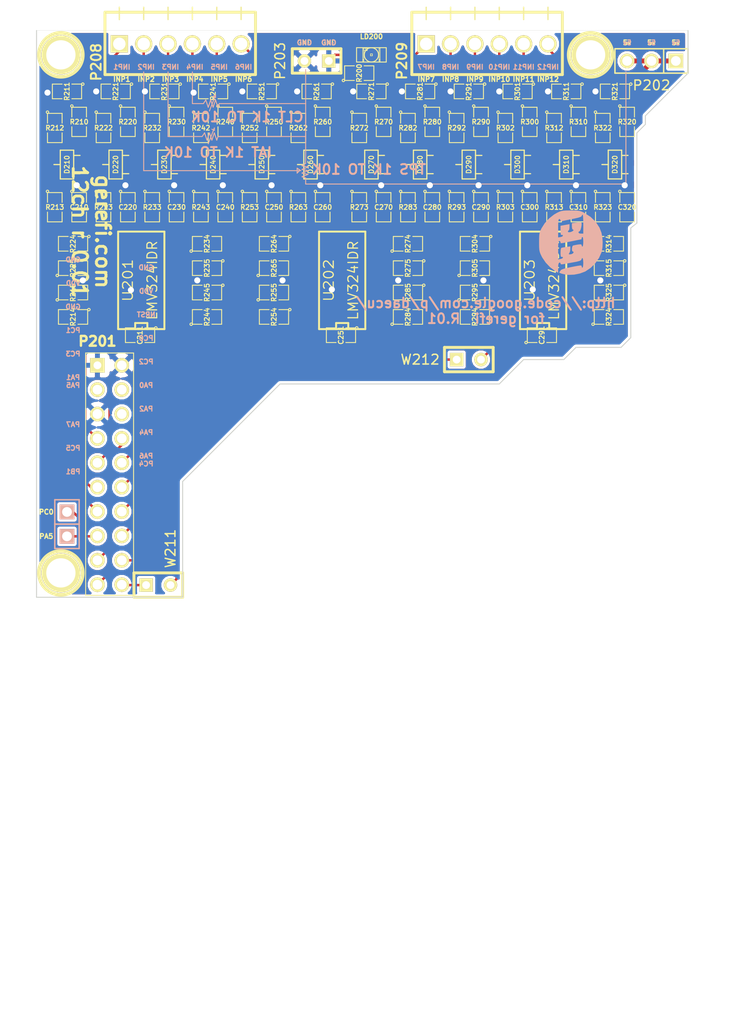
<source format=kicad_pcb>
(kicad_pcb (version 3) (host pcbnew "(2013-jul-07)-stable")
  (title_block (title "Analgo Protection board for gerefi.com") (rev .01) (company gerefi.com) (comment 2 Art_Electro) (comment 3 Art_Electro))
  (layers (15 F.Cu signal) (0 B.Cu signal) (18 B.Paste user) (19 F.Paste user) (20 B.SilkS user) (21 F.SilkS user) (22 B.Mask user) (23 F.Mask user) (28 Edge.Cuts user))
  (net 0 "")
  (net 1 /5V)
  (net 2 /INP1)
  (net 3 /INP10)
  (net 4 /INP11)
  (net 5 /INP12)
  (net 6 /INP2)
  (net 7 /INP3)
  (net 8 /INP4)
  (net 9 /INP5)
  (net 10 /INP6)
  (net 11 /INP7)
  (net 12 /INP8)
  (net 13 /INP9)
  (net 14 /OUT1)
  (net 15 /OUT10)
  (net 16 /OUT11)
  (net 17 /OUT12)
  (net 18 /OUT2)
  (net 19 /OUT3)
  (net 20 /OUT4)
  (net 21 /OUT5)
  (net 22 /OUT6)
  (net 23 /OUT7)
  (net 24 /OUT8)
  (net 25 /OUT9)
  (net 26 /PA5)
  (net 27 /PC0)
  (net 28 GND)
  (net 29 N-0000011)
  (net 30 N-0000012)
  (net 31 N-0000015)
  (net 32 N-0000016)
  (net 33 N-0000020)
  (net 34 N-0000021)
  (net 35 N-0000022)
  (net 36 N-0000025)
  (net 37 N-0000028)
  (net 38 N-0000029)
  (net 39 N-000003)
  (net 40 N-0000030)
  (net 41 N-0000031)
  (net 42 N-0000034)
  (net 43 N-0000037)
  (net 44 N-0000038)
  (net 45 N-0000039)
  (net 46 N-000004)
  (net 47 N-0000040)
  (net 48 N-0000043)
  (net 49 N-0000044)
  (net 50 N-0000049)
  (net 51 N-000005)
  (net 52 N-0000050)
  (net 53 N-0000055)
  (net 54 N-0000058)
  (net 55 N-0000059)
  (net 56 N-0000063)
  (net 57 N-0000067)
  (net 58 N-0000069)
  (net 59 N-0000078)
  (net 60 N-000008)
  (net 61 N-0000083)
  (net 62 N-0000084)
  (net 63 N-0000085)
  (net 64 N-0000088)
  (net 65 N-0000089)
  (net 66 N-0000090)
  (net 67 N-0000091)
  (module PIN_ARRAY_3X1 (layer F.Cu) (at 184.785 95.25 180)
    (fp_text reference P202 (at 0 -2.54 180) (layer F.SilkS) (effects (font (size 1.016 1.016) (thickness 0.1524))))
    (fp_text value CONN_3 hide)
    (pad 1 thru_hole rect (at -2.54 0 180) (size 1.524 1.524) (drill 1.016) (layers *.Cu *.Mask F.SilkS) (net 1 /5V))
    (pad 2 thru_hole circle (at 0 0 180) (size 1.524 1.524) (drill 1.016) (layers *.Cu *.Mask F.SilkS) (net 1 /5V))
    (pad 3 thru_hole circle (at 2.54 0 180) (size 1.524 1.524) (drill 1.016) (layers *.Cu *.Mask F.SilkS) (net 1 /5V))
  )
  (module LED-1206 (layer F.Cu) (at 155.575 94.615 180)
    (fp_text reference LD200 (at 0 1.905 180) (layer F.SilkS) (effects (font (size 0.508 0.508) (thickness 0.127))))
    (fp_text value LED hide)
    (pad 1 smd rect (at -1.41986 0 180) (size 1.59766 1.80086) (layers F.Cu F.Paste F.Mask) (net 65 N-0000089))
    (pad 2 smd rect (at 1.41986 0 180) (size 1.59766 1.80086) (layers F.Cu F.Paste F.Mask) (net 28 GND))
  )
  (module sot23 (layer F.Cu) (at 133.985 106.045 90)
    (fp_text reference D230 (at 0 0 90) (layer F.SilkS) (effects (font (size 0.50038 0.50038) (thickness 0.09906))))
    (fp_text value DOUBLE_SCHOTTKY hide)
    (pad 1 smd rect (at -0.9525 1.05664 90) (size 0.59944 1.00076) (layers F.Cu F.Paste F.Mask) (net 28 GND))
    (pad 2 smd rect (at 0 -1.05664 90) (size 0.59944 1.00076) (layers F.Cu F.Paste F.Mask) (net 66 N-0000090))
    (pad 3 smd rect (at 0.9525 1.05664 90) (size 0.59944 1.00076) (layers F.Cu F.Paste F.Mask) (net 1 /5V))
  )
  (module sot23 (layer F.Cu) (at 170.815 106.045 90)
    (fp_text reference D300 (at 0 0 90) (layer F.SilkS) (effects (font (size 0.50038 0.50038) (thickness 0.09906))))
    (fp_text value DOUBLE_SCHOTTKY hide)
    (pad 1 smd rect (at -0.9525 1.05664 90) (size 0.59944 1.00076) (layers F.Cu F.Paste F.Mask) (net 28 GND))
    (pad 2 smd rect (at 0 -1.05664 90) (size 0.59944 1.00076) (layers F.Cu F.Paste F.Mask) (net 34 N-0000021))
    (pad 3 smd rect (at 0.9525 1.05664 90) (size 0.59944 1.00076) (layers F.Cu F.Paste F.Mask) (net 1 /5V))
  )
  (module sot23 (layer F.Cu) (at 165.735 106.045 90)
    (fp_text reference D290 (at 0 0 90) (layer F.SilkS) (effects (font (size 0.50038 0.50038) (thickness 0.09906))))
    (fp_text value DOUBLE_SCHOTTKY hide)
    (pad 1 smd rect (at -0.9525 1.05664 90) (size 0.59944 1.00076) (layers F.Cu F.Paste F.Mask) (net 28 GND))
    (pad 2 smd rect (at 0 -1.05664 90) (size 0.59944 1.00076) (layers F.Cu F.Paste F.Mask) (net 35 N-0000022))
    (pad 3 smd rect (at 0.9525 1.05664 90) (size 0.59944 1.00076) (layers F.Cu F.Paste F.Mask) (net 1 /5V))
  )
  (module sot23 (layer F.Cu) (at 128.905 106.045 90)
    (fp_text reference D220 (at 0 0 90) (layer F.SilkS) (effects (font (size 0.50038 0.50038) (thickness 0.09906))))
    (fp_text value DOUBLE_SCHOTTKY hide)
    (pad 1 smd rect (at -0.9525 1.05664 90) (size 0.59944 1.00076) (layers F.Cu F.Paste F.Mask) (net 28 GND))
    (pad 2 smd rect (at 0 -1.05664 90) (size 0.59944 1.00076) (layers F.Cu F.Paste F.Mask) (net 60 N-000008))
    (pad 3 smd rect (at 0.9525 1.05664 90) (size 0.59944 1.00076) (layers F.Cu F.Paste F.Mask) (net 1 /5V))
  )
  (module sot23 (layer F.Cu) (at 139.065 106.045 90)
    (fp_text reference D240 (at 0 0 90) (layer F.SilkS) (effects (font (size 0.50038 0.50038) (thickness 0.09906))))
    (fp_text value DOUBLE_SCHOTTKY hide)
    (pad 1 smd rect (at -0.9525 1.05664 90) (size 0.59944 1.00076) (layers F.Cu F.Paste F.Mask) (net 28 GND))
    (pad 2 smd rect (at 0 -1.05664 90) (size 0.59944 1.00076) (layers F.Cu F.Paste F.Mask) (net 64 N-0000088))
    (pad 3 smd rect (at 0.9525 1.05664 90) (size 0.59944 1.00076) (layers F.Cu F.Paste F.Mask) (net 1 /5V))
  )
  (module sot23 (layer F.Cu) (at 123.825 106.045 90)
    (fp_text reference D210 (at 0 0 90) (layer F.SilkS) (effects (font (size 0.50038 0.50038) (thickness 0.09906))))
    (fp_text value DOUBLE_SCHOTTKY hide)
    (pad 1 smd rect (at -0.9525 1.05664 90) (size 0.59944 1.00076) (layers F.Cu F.Paste F.Mask) (net 28 GND))
    (pad 2 smd rect (at 0 -1.05664 90) (size 0.59944 1.00076) (layers F.Cu F.Paste F.Mask) (net 51 N-000005))
    (pad 3 smd rect (at 0.9525 1.05664 90) (size 0.59944 1.00076) (layers F.Cu F.Paste F.Mask) (net 1 /5V))
  )
  (module sot23 (layer F.Cu) (at 149.225 106.045 90)
    (fp_text reference D260 (at 0 0 90) (layer F.SilkS) (effects (font (size 0.50038 0.50038) (thickness 0.09906))))
    (fp_text value DOUBLE_SCHOTTKY hide)
    (pad 1 smd rect (at -0.9525 1.05664 90) (size 0.59944 1.00076) (layers F.Cu F.Paste F.Mask) (net 28 GND))
    (pad 2 smd rect (at 0 -1.05664 90) (size 0.59944 1.00076) (layers F.Cu F.Paste F.Mask) (net 46 N-000004))
    (pad 3 smd rect (at 0.9525 1.05664 90) (size 0.59944 1.00076) (layers F.Cu F.Paste F.Mask) (net 1 /5V))
  )
  (module sot23 (layer F.Cu) (at 144.145 106.045 90)
    (fp_text reference D250 (at 0 0 90) (layer F.SilkS) (effects (font (size 0.50038 0.50038) (thickness 0.09906))))
    (fp_text value DOUBLE_SCHOTTKY hide)
    (pad 1 smd rect (at -0.9525 1.05664 90) (size 0.59944 1.00076) (layers F.Cu F.Paste F.Mask) (net 28 GND))
    (pad 2 smd rect (at 0 -1.05664 90) (size 0.59944 1.00076) (layers F.Cu F.Paste F.Mask) (net 39 N-000003))
    (pad 3 smd rect (at 0.9525 1.05664 90) (size 0.59944 1.00076) (layers F.Cu F.Paste F.Mask) (net 1 /5V))
  )
  (module sot23 (layer F.Cu) (at 160.655 106.045 90)
    (fp_text reference D280 (at 0 0 90) (layer F.SilkS) (effects (font (size 0.50038 0.50038) (thickness 0.09906))))
    (fp_text value DOUBLE_SCHOTTKY hide)
    (pad 1 smd rect (at -0.9525 1.05664 90) (size 0.59944 1.00076) (layers F.Cu F.Paste F.Mask) (net 28 GND))
    (pad 2 smd rect (at 0 -1.05664 90) (size 0.59944 1.00076) (layers F.Cu F.Paste F.Mask) (net 29 N-0000011))
    (pad 3 smd rect (at 0.9525 1.05664 90) (size 0.59944 1.00076) (layers F.Cu F.Paste F.Mask) (net 1 /5V))
  )
  (module sot23 (layer F.Cu) (at 155.575 106.045 90)
    (fp_text reference D270 (at 0 0 90) (layer F.SilkS) (effects (font (size 0.50038 0.50038) (thickness 0.09906))))
    (fp_text value DOUBLE_SCHOTTKY hide)
    (pad 1 smd rect (at -0.9525 1.05664 90) (size 0.59944 1.00076) (layers F.Cu F.Paste F.Mask) (net 28 GND))
    (pad 2 smd rect (at 0 -1.05664 90) (size 0.59944 1.00076) (layers F.Cu F.Paste F.Mask) (net 32 N-0000016))
    (pad 3 smd rect (at 0.9525 1.05664 90) (size 0.59944 1.00076) (layers F.Cu F.Paste F.Mask) (net 1 /5V))
  )
  (module sot23 (layer F.Cu) (at 175.895 106.045 90)
    (fp_text reference D310 (at 0 0 90) (layer F.SilkS) (effects (font (size 0.50038 0.50038) (thickness 0.09906))))
    (fp_text value DOUBLE_SCHOTTKY hide)
    (pad 1 smd rect (at -0.9525 1.05664 90) (size 0.59944 1.00076) (layers F.Cu F.Paste F.Mask) (net 28 GND))
    (pad 2 smd rect (at 0 -1.05664 90) (size 0.59944 1.00076) (layers F.Cu F.Paste F.Mask) (net 47 N-0000040))
    (pad 3 smd rect (at 0.9525 1.05664 90) (size 0.59944 1.00076) (layers F.Cu F.Paste F.Mask) (net 1 /5V))
  )
  (module sot23 (layer F.Cu) (at 180.975 106.045 90)
    (fp_text reference D320 (at 0 0 90) (layer F.SilkS) (effects (font (size 0.50038 0.50038) (thickness 0.09906))))
    (fp_text value DOUBLE_SCHOTTKY hide)
    (pad 1 smd rect (at -0.9525 1.05664 90) (size 0.59944 1.00076) (layers F.Cu F.Paste F.Mask) (net 28 GND))
    (pad 2 smd rect (at 0 -1.05664 90) (size 0.59944 1.00076) (layers F.Cu F.Paste F.Mask) (net 45 N-0000039))
    (pad 3 smd rect (at 0.9525 1.05664 90) (size 0.59944 1.00076) (layers F.Cu F.Paste F.Mask) (net 1 /5V))
  )
  (module PIN_ARRAY_1 (layer B.Cu) (at 123.825 144.78)
    (fp_text reference P204 hide)
    (fp_text value CONN_1 hide)
    (pad 1 thru_hole rect (at 0 0) (size 1.524 1.524) (drill 1.016) (layers *.Cu *.Mask B.SilkS) (net 26 /PA5))
  )
  (module PIN_ARRAY_1 (layer B.Cu) (at 123.825 142.24 180)
    (fp_text reference P205 hide)
    (fp_text value CONN_1 hide)
    (pad 1 thru_hole rect (at 0 0 180) (size 1.524 1.524) (drill 1.016) (layers *.Cu *.Mask B.SilkS) (net 27 /PC0))
  )
  (module SIL-2 (layer F.Cu) (at 149.86 95.25 180)
    (fp_text reference P203 (at 3.81 0 270) (layer F.SilkS) (effects (font (size 1.016 1.016) (thickness 0.1524))))
    (fp_text value CONN_2 hide)
    (pad 1 thru_hole rect (at -1.27 0 180) (size 1.397 1.397) (drill 0.8128) (layers *.Cu *.Mask F.SilkS) (net 28 GND))
    (pad 2 thru_hole circle (at 1.27 0 180) (size 1.397 1.397) (drill 0.8128) (layers *.Cu *.Mask F.SilkS) (net 28 GND))
  )
  (module SIL-2 (layer F.Cu) (at 165.735 126.365)
    (fp_text reference W212 (at -5.08 0) (layer F.SilkS) (effects (font (size 1.016 1.016) (thickness 0.1524))))
    (fp_text value TEST hide)
    (pad 1 thru_hole rect (at -1.27 0) (size 1.397 1.397) (drill 0.8128) (layers *.Cu *.Mask F.SilkS) (net 17 /OUT12))
    (pad 2 thru_hole circle (at 1.27 0) (size 1.397 1.397) (drill 0.8128) (layers *.Cu *.Mask F.SilkS) (net 48 N-0000043))
  )
  (module SIL-2 (layer F.Cu) (at 133.35 149.86)
    (fp_text reference W211 (at 1.27 -3.81 90) (layer F.SilkS) (effects (font (size 1.016 1.016) (thickness 0.1524))))
    (fp_text value TEST hide)
    (pad 1 thru_hole rect (at -1.27 0) (size 1.397 1.397) (drill 0.8128) (layers *.Cu *.Mask F.SilkS) (net 16 /OUT11))
    (pad 2 thru_hole circle (at 1.27 0) (size 1.397 1.397) (drill 0.8128) (layers *.Cu *.Mask F.SilkS) (net 49 N-0000044))
  )
  (module LOGO_F (layer B.Cu) (at 176.403 114.173 90)
    (fp_text reference G201 hide)
    (fp_text value LOGO hide)
  )
  (module SM0805 (layer F.Cu) (at 131.445 123.825 180)
    (fp_text reference C211 (at 0 0 270) (layer F.SilkS) (effects (font (size 0.50038 0.50038) (thickness 0.10922))))
    (fp_text value 0.1uF hide)
    (pad 1 smd rect (at -0.9525 0 180) (size 0.889 1.397) (layers F.Cu F.Paste F.Mask) (net 1 /5V))
    (pad 2 smd rect (at 0.9525 0 180) (size 0.889 1.397) (layers F.Cu F.Paste F.Mask) (net 28 GND))
  )
  (module SM0805 (layer F.Cu) (at 173.355 123.825)
    (fp_text reference C291 (at 0 0 90) (layer F.SilkS) (effects (font (size 0.50038 0.50038) (thickness 0.10922))))
    (fp_text value 0.1uF hide)
    (pad 1 smd rect (at -0.9525 0) (size 0.889 1.397) (layers F.Cu F.Paste F.Mask) (net 28 GND))
    (pad 2 smd rect (at 0.9525 0) (size 0.889 1.397) (layers F.Cu F.Paste F.Mask) (net 1 /5V))
  )
  (module SM0805 (layer F.Cu) (at 152.4 123.825 180)
    (fp_text reference C251 (at 0 0 270) (layer F.SilkS) (effects (font (size 0.50038 0.50038) (thickness 0.10922))))
    (fp_text value 0.1uF hide)
    (pad 1 smd rect (at -0.9525 0 180) (size 0.889 1.397) (layers F.Cu F.Paste F.Mask) (net 1 /5V))
    (pad 2 smd rect (at 0.9525 0 180) (size 0.889 1.397) (layers F.Cu F.Paste F.Mask) (net 28 GND))
  )
  (module SM0805 (layer F.Cu) (at 124.46 119.38)
    (fp_text reference R215 (at 0 0 90) (layer F.SilkS) (effects (font (size 0.50038 0.50038) (thickness 0.10922))))
    (fp_text value 1500 hide)
    (pad 1 smd rect (at -0.9525 0) (size 0.889 1.397) (layers F.Cu F.Paste F.Mask) (net 14 /OUT1))
    (pad 2 smd rect (at 0.9525 0) (size 0.889 1.397) (layers F.Cu F.Paste F.Mask) (net 28 GND))
  )
  (module SM0805 (layer F.Cu) (at 124.46 121.92 180)
    (fp_text reference R214 (at 0 0 270) (layer F.SilkS) (effects (font (size 0.50038 0.50038) (thickness 0.10922))))
    (fp_text value 1500 hide)
    (pad 1 smd rect (at -0.9525 0 180) (size 0.889 1.397) (layers F.Cu F.Paste F.Mask) (net 30 N-0000012))
    (pad 2 smd rect (at 0.9525 0 180) (size 0.889 1.397) (layers F.Cu F.Paste F.Mask) (net 14 /OUT1))
  )
  (module SM0805 (layer F.Cu) (at 123.825 98.425 180)
    (fp_text reference R211 (at 0 0 270) (layer F.SilkS) (effects (font (size 0.50038 0.50038) (thickness 0.10922))))
    (fp_text value 500K hide)
    (pad 1 smd rect (at -0.9525 0 180) (size 0.889 1.397) (layers F.Cu F.Paste F.Mask) (net 2 /INP1))
    (pad 2 smd rect (at 0.9525 0 180) (size 0.889 1.397) (layers F.Cu F.Paste F.Mask) (net 28 GND))
  )
  (module SM0805 (layer F.Cu) (at 124.46 116.84)
    (fp_text reference R225 (at 0 0 90) (layer F.SilkS) (effects (font (size 0.50038 0.50038) (thickness 0.10922))))
    (fp_text value 1500 hide)
    (pad 1 smd rect (at -0.9525 0) (size 0.889 1.397) (layers F.Cu F.Paste F.Mask) (net 18 /OUT2))
    (pad 2 smd rect (at 0.9525 0) (size 0.889 1.397) (layers F.Cu F.Paste F.Mask) (net 28 GND))
  )
  (module SM0805 (layer F.Cu) (at 124.46 114.3 180)
    (fp_text reference R224 (at 0 0 270) (layer F.SilkS) (effects (font (size 0.50038 0.50038) (thickness 0.10922))))
    (fp_text value 1500 hide)
    (pad 1 smd rect (at -0.9525 0 180) (size 0.889 1.397) (layers F.Cu F.Paste F.Mask) (net 31 N-0000015))
    (pad 2 smd rect (at 0.9525 0 180) (size 0.889 1.397) (layers F.Cu F.Paste F.Mask) (net 18 /OUT2))
  )
  (module SM0805 (layer F.Cu) (at 128.905 98.425 180)
    (fp_text reference R221 (at 0 0 270) (layer F.SilkS) (effects (font (size 0.50038 0.50038) (thickness 0.10922))))
    (fp_text value 500K hide)
    (pad 1 smd rect (at -0.9525 0 180) (size 0.889 1.397) (layers F.Cu F.Paste F.Mask) (net 6 /INP2))
    (pad 2 smd rect (at 0.9525 0 180) (size 0.889 1.397) (layers F.Cu F.Paste F.Mask) (net 28 GND))
  )
  (module SM0805 (layer F.Cu) (at 138.43 116.84 180)
    (fp_text reference R235 (at 0 0 270) (layer F.SilkS) (effects (font (size 0.50038 0.50038) (thickness 0.10922))))
    (fp_text value 1500 hide)
    (pad 1 smd rect (at -0.9525 0 180) (size 0.889 1.397) (layers F.Cu F.Paste F.Mask) (net 19 /OUT3))
    (pad 2 smd rect (at 0.9525 0 180) (size 0.889 1.397) (layers F.Cu F.Paste F.Mask) (net 28 GND))
  )
  (module SM0805 (layer F.Cu) (at 138.43 114.3)
    (fp_text reference R234 (at 0 0 90) (layer F.SilkS) (effects (font (size 0.50038 0.50038) (thickness 0.10922))))
    (fp_text value 1500 hide)
    (pad 1 smd rect (at -0.9525 0) (size 0.889 1.397) (layers F.Cu F.Paste F.Mask) (net 67 N-0000091))
    (pad 2 smd rect (at 0.9525 0) (size 0.889 1.397) (layers F.Cu F.Paste F.Mask) (net 19 /OUT3))
  )
  (module SM0805 (layer F.Cu) (at 133.985 98.425 180)
    (fp_text reference R231 (at 0 0 270) (layer F.SilkS) (effects (font (size 0.50038 0.50038) (thickness 0.10922))))
    (fp_text value 500K hide)
    (pad 1 smd rect (at -0.9525 0 180) (size 0.889 1.397) (layers F.Cu F.Paste F.Mask) (net 7 /INP3))
    (pad 2 smd rect (at 0.9525 0 180) (size 0.889 1.397) (layers F.Cu F.Paste F.Mask) (net 28 GND))
  )
  (module SM0805 (layer F.Cu) (at 139.065 98.425 180)
    (fp_text reference R241 (at 0 0 270) (layer F.SilkS) (effects (font (size 0.50038 0.50038) (thickness 0.10922))))
    (fp_text value 500K hide)
    (pad 1 smd rect (at -0.9525 0 180) (size 0.889 1.397) (layers F.Cu F.Paste F.Mask) (net 8 /INP4))
    (pad 2 smd rect (at 0.9525 0 180) (size 0.889 1.397) (layers F.Cu F.Paste F.Mask) (net 28 GND))
  )
  (module SM0805 (layer F.Cu) (at 138.43 121.92)
    (fp_text reference R244 (at 0 0 90) (layer F.SilkS) (effects (font (size 0.50038 0.50038) (thickness 0.10922))))
    (fp_text value 1500 hide)
    (pad 1 smd rect (at -0.9525 0) (size 0.889 1.397) (layers F.Cu F.Paste F.Mask) (net 33 N-0000020))
    (pad 2 smd rect (at 0.9525 0) (size 0.889 1.397) (layers F.Cu F.Paste F.Mask) (net 20 /OUT4))
  )
  (module SM0805 (layer F.Cu) (at 138.43 119.38 180)
    (fp_text reference R245 (at 0 0 270) (layer F.SilkS) (effects (font (size 0.50038 0.50038) (thickness 0.10922))))
    (fp_text value 1500 hide)
    (pad 1 smd rect (at -0.9525 0 180) (size 0.889 1.397) (layers F.Cu F.Paste F.Mask) (net 20 /OUT4))
    (pad 2 smd rect (at 0.9525 0 180) (size 0.889 1.397) (layers F.Cu F.Paste F.Mask) (net 28 GND))
  )
  (module SM0805 (layer F.Cu) (at 122.555 110.49 270)
    (fp_text reference R213 (at 0 0 360) (layer F.SilkS) (effects (font (size 0.50038 0.50038) (thickness 0.10922))))
    (fp_text value 100 hide)
    (pad 1 smd rect (at -0.9525 0 270) (size 0.889 1.397) (layers F.Cu F.Paste F.Mask) (net 51 N-000005))
    (pad 2 smd rect (at 0.9525 0 270) (size 0.889 1.397) (layers F.Cu F.Paste F.Mask) (net 61 N-0000083))
  )
  (module SM0805 (layer F.Cu) (at 125.095 101.6 270)
    (fp_text reference R210 (at 0 0 360) (layer F.SilkS) (effects (font (size 0.50038 0.50038) (thickness 0.10922))))
    (fp_text value 2700 hide)
    (pad 1 smd rect (at -0.9525 0 270) (size 0.889 1.397) (layers F.Cu F.Paste F.Mask) (net 2 /INP1))
    (pad 2 smd rect (at 0.9525 0 270) (size 0.889 1.397) (layers F.Cu F.Paste F.Mask) (net 1 /5V))
  )
  (module SM0805 (layer F.Cu) (at 130.175 110.49 270)
    (fp_text reference C220 (at 0 0 360) (layer F.SilkS) (effects (font (size 0.50038 0.50038) (thickness 0.10922))))
    (fp_text value 0.01uF hide)
    (pad 1 smd rect (at -0.9525 0 270) (size 0.889 1.397) (layers F.Cu F.Paste F.Mask) (net 28 GND))
    (pad 2 smd rect (at 0.9525 0 270) (size 0.889 1.397) (layers F.Cu F.Paste F.Mask) (net 59 N-0000078))
  )
  (module SM0805 (layer F.Cu) (at 125.095 110.49 270)
    (fp_text reference C210 (at 0 0 360) (layer F.SilkS) (effects (font (size 0.50038 0.50038) (thickness 0.10922))))
    (fp_text value 0.01uF hide)
    (pad 1 smd rect (at -0.9525 0 270) (size 0.889 1.397) (layers F.Cu F.Paste F.Mask) (net 28 GND))
    (pad 2 smd rect (at 0.9525 0 270) (size 0.889 1.397) (layers F.Cu F.Paste F.Mask) (net 61 N-0000083))
  )
  (module SM0805 (layer F.Cu) (at 127.635 110.49 270)
    (fp_text reference R223 (at 0 0 360) (layer F.SilkS) (effects (font (size 0.50038 0.50038) (thickness 0.10922))))
    (fp_text value 100 hide)
    (pad 1 smd rect (at -0.9525 0 270) (size 0.889 1.397) (layers F.Cu F.Paste F.Mask) (net 60 N-000008))
    (pad 2 smd rect (at 0.9525 0 270) (size 0.889 1.397) (layers F.Cu F.Paste F.Mask) (net 59 N-0000078))
  )
  (module SM0805 (layer F.Cu) (at 130.175 101.6 270)
    (fp_text reference R220 (at 0 0 360) (layer F.SilkS) (effects (font (size 0.50038 0.50038) (thickness 0.10922))))
    (fp_text value 2700 hide)
    (pad 1 smd rect (at -0.9525 0 270) (size 0.889 1.397) (layers F.Cu F.Paste F.Mask) (net 6 /INP2))
    (pad 2 smd rect (at 0.9525 0 270) (size 0.889 1.397) (layers F.Cu F.Paste F.Mask) (net 1 /5V))
  )
  (module SM0805 (layer F.Cu) (at 132.715 110.49 270)
    (fp_text reference R233 (at 0 0 360) (layer F.SilkS) (effects (font (size 0.50038 0.50038) (thickness 0.10922))))
    (fp_text value 100 hide)
    (pad 1 smd rect (at -0.9525 0 270) (size 0.889 1.397) (layers F.Cu F.Paste F.Mask) (net 66 N-0000090))
    (pad 2 smd rect (at 0.9525 0 270) (size 0.889 1.397) (layers F.Cu F.Paste F.Mask) (net 56 N-0000063))
  )
  (module SM0805 (layer F.Cu) (at 135.255 101.6 270)
    (fp_text reference R230 (at 0 0 360) (layer F.SilkS) (effects (font (size 0.50038 0.50038) (thickness 0.10922))))
    (fp_text value 2700 hide)
    (pad 1 smd rect (at -0.9525 0 270) (size 0.889 1.397) (layers F.Cu F.Paste F.Mask) (net 7 /INP3))
    (pad 2 smd rect (at 0.9525 0 270) (size 0.889 1.397) (layers F.Cu F.Paste F.Mask) (net 1 /5V))
  )
  (module SM0805 (layer F.Cu) (at 137.795 110.49 270)
    (fp_text reference R243 (at 0 0 360) (layer F.SilkS) (effects (font (size 0.50038 0.50038) (thickness 0.10922))))
    (fp_text value 100 hide)
    (pad 1 smd rect (at -0.9525 0 270) (size 0.889 1.397) (layers F.Cu F.Paste F.Mask) (net 64 N-0000088))
    (pad 2 smd rect (at 0.9525 0 270) (size 0.889 1.397) (layers F.Cu F.Paste F.Mask) (net 55 N-0000059))
  )
  (module SM0805 (layer F.Cu) (at 140.335 101.6 270)
    (fp_text reference R240 (at 0 0 360) (layer F.SilkS) (effects (font (size 0.50038 0.50038) (thickness 0.10922))))
    (fp_text value 2700 hide)
    (pad 1 smd rect (at -0.9525 0 270) (size 0.889 1.397) (layers F.Cu F.Paste F.Mask) (net 8 /INP4))
    (pad 2 smd rect (at 0.9525 0 270) (size 0.889 1.397) (layers F.Cu F.Paste F.Mask) (net 1 /5V))
  )
  (module SM0805 (layer F.Cu) (at 145.415 119.38)
    (fp_text reference R255 (at 0 0 90) (layer F.SilkS) (effects (font (size 0.50038 0.50038) (thickness 0.10922))))
    (fp_text value 1500 hide)
    (pad 1 smd rect (at -0.9525 0) (size 0.889 1.397) (layers F.Cu F.Paste F.Mask) (net 21 /OUT5))
    (pad 2 smd rect (at 0.9525 0) (size 0.889 1.397) (layers F.Cu F.Paste F.Mask) (net 28 GND))
  )
  (module SM0805 (layer F.Cu) (at 150.495 101.6 270)
    (fp_text reference R260 (at 0 0 360) (layer F.SilkS) (effects (font (size 0.50038 0.50038) (thickness 0.10922))))
    (fp_text value 2700 hide)
    (pad 1 smd rect (at -0.9525 0 270) (size 0.889 1.397) (layers F.Cu F.Paste F.Mask) (net 10 /INP6))
    (pad 2 smd rect (at 0.9525 0 270) (size 0.889 1.397) (layers F.Cu F.Paste F.Mask) (net 1 /5V))
  )
  (module SM0805 (layer F.Cu) (at 147.955 110.49 270)
    (fp_text reference R263 (at 0 0 360) (layer F.SilkS) (effects (font (size 0.50038 0.50038) (thickness 0.10922))))
    (fp_text value 100 hide)
    (pad 1 smd rect (at -0.9525 0 270) (size 0.889 1.397) (layers F.Cu F.Paste F.Mask) (net 46 N-000004))
    (pad 2 smd rect (at 0.9525 0 270) (size 0.889 1.397) (layers F.Cu F.Paste F.Mask) (net 62 N-0000084))
  )
  (module SM0805 (layer F.Cu) (at 145.415 101.6 270)
    (fp_text reference R250 (at 0 0 360) (layer F.SilkS) (effects (font (size 0.50038 0.50038) (thickness 0.10922))))
    (fp_text value 2700 hide)
    (pad 1 smd rect (at -0.9525 0 270) (size 0.889 1.397) (layers F.Cu F.Paste F.Mask) (net 9 /INP5))
    (pad 2 smd rect (at 0.9525 0 270) (size 0.889 1.397) (layers F.Cu F.Paste F.Mask) (net 1 /5V))
  )
  (module SM0805 (layer F.Cu) (at 142.875 110.49 270)
    (fp_text reference R253 (at 0 0 360) (layer F.SilkS) (effects (font (size 0.50038 0.50038) (thickness 0.10922))))
    (fp_text value 100 hide)
    (pad 1 smd rect (at -0.9525 0 270) (size 0.889 1.397) (layers F.Cu F.Paste F.Mask) (net 39 N-000003))
    (pad 2 smd rect (at 0.9525 0 270) (size 0.889 1.397) (layers F.Cu F.Paste F.Mask) (net 50 N-0000049))
  )
  (module SM0805 (layer F.Cu) (at 127.635 102.235 270)
    (fp_text reference R222 (at 0 0 360) (layer F.SilkS) (effects (font (size 0.50038 0.50038) (thickness 0.10922))))
    (fp_text value 10k hide)
    (pad 1 smd rect (at -0.9525 0 270) (size 0.889 1.397) (layers F.Cu F.Paste F.Mask) (net 6 /INP2))
    (pad 2 smd rect (at 0.9525 0 270) (size 0.889 1.397) (layers F.Cu F.Paste F.Mask) (net 60 N-000008))
  )
  (module SM0805 (layer F.Cu) (at 122.555 102.235 270)
    (fp_text reference R212 (at 0 0 360) (layer F.SilkS) (effects (font (size 0.50038 0.50038) (thickness 0.10922))))
    (fp_text value 10k hide)
    (pad 1 smd rect (at -0.9525 0 270) (size 0.889 1.397) (layers F.Cu F.Paste F.Mask) (net 2 /INP1))
    (pad 2 smd rect (at 0.9525 0 270) (size 0.889 1.397) (layers F.Cu F.Paste F.Mask) (net 51 N-000005))
  )
  (module SM0805 (layer F.Cu) (at 144.145 98.425 180)
    (fp_text reference R251 (at 0 0 270) (layer F.SilkS) (effects (font (size 0.50038 0.50038) (thickness 0.10922))))
    (fp_text value 500K hide)
    (pad 1 smd rect (at -0.9525 0 180) (size 0.889 1.397) (layers F.Cu F.Paste F.Mask) (net 9 /INP5))
    (pad 2 smd rect (at 0.9525 0 180) (size 0.889 1.397) (layers F.Cu F.Paste F.Mask) (net 28 GND))
  )
  (module SM0805 (layer F.Cu) (at 145.415 121.92 180)
    (fp_text reference R254 (at 0 0 270) (layer F.SilkS) (effects (font (size 0.50038 0.50038) (thickness 0.10922))))
    (fp_text value 1500 hide)
    (pad 1 smd rect (at -0.9525 0 180) (size 0.889 1.397) (layers F.Cu F.Paste F.Mask) (net 52 N-0000050))
    (pad 2 smd rect (at 0.9525 0 180) (size 0.889 1.397) (layers F.Cu F.Paste F.Mask) (net 21 /OUT5))
  )
  (module SM0805 (layer F.Cu) (at 154.305 96.52)
    (fp_text reference R200 (at 0 0 90) (layer F.SilkS) (effects (font (size 0.50038 0.50038) (thickness 0.10922))))
    (fp_text value 100 hide)
    (pad 1 smd rect (at -0.9525 0) (size 0.889 1.397) (layers F.Cu F.Paste F.Mask) (net 1 /5V))
    (pad 2 smd rect (at 0.9525 0) (size 0.889 1.397) (layers F.Cu F.Paste F.Mask) (net 65 N-0000089))
  )
  (module SM0805 (layer F.Cu) (at 166.37 119.38)
    (fp_text reference R295 (at 0 0 90) (layer F.SilkS) (effects (font (size 0.50038 0.50038) (thickness 0.10922))))
    (fp_text value 1500 hide)
    (pad 1 smd rect (at -0.9525 0) (size 0.889 1.397) (layers F.Cu F.Paste F.Mask) (net 25 /OUT9))
    (pad 2 smd rect (at 0.9525 0) (size 0.889 1.397) (layers F.Cu F.Paste F.Mask) (net 28 GND))
  )
  (module SM0805 (layer F.Cu) (at 166.37 121.92 180)
    (fp_text reference R294 (at 0 0 270) (layer F.SilkS) (effects (font (size 0.50038 0.50038) (thickness 0.10922))))
    (fp_text value 1500 hide)
    (pad 1 smd rect (at -0.9525 0 180) (size 0.889 1.397) (layers F.Cu F.Paste F.Mask) (net 37 N-0000028))
    (pad 2 smd rect (at 0.9525 0 180) (size 0.889 1.397) (layers F.Cu F.Paste F.Mask) (net 25 /OUT9))
  )
  (module SM0805 (layer F.Cu) (at 165.735 98.425 180)
    (fp_text reference R291 (at 0 0 270) (layer F.SilkS) (effects (font (size 0.50038 0.50038) (thickness 0.10922))))
    (fp_text value 500K hide)
    (pad 1 smd rect (at -0.9525 0 180) (size 0.889 1.397) (layers F.Cu F.Paste F.Mask) (net 13 /INP9))
    (pad 2 smd rect (at 0.9525 0 180) (size 0.889 1.397) (layers F.Cu F.Paste F.Mask) (net 28 GND))
  )
  (module SM0805 (layer F.Cu) (at 170.815 98.425 180)
    (fp_text reference R301 (at 0 0 270) (layer F.SilkS) (effects (font (size 0.50038 0.50038) (thickness 0.10922))))
    (fp_text value 500K hide)
    (pad 1 smd rect (at -0.9525 0 180) (size 0.889 1.397) (layers F.Cu F.Paste F.Mask) (net 3 /INP10))
    (pad 2 smd rect (at 0.9525 0 180) (size 0.889 1.397) (layers F.Cu F.Paste F.Mask) (net 28 GND))
  )
  (module SM0805 (layer F.Cu) (at 166.37 114.3 180)
    (fp_text reference R304 (at 0 0 270) (layer F.SilkS) (effects (font (size 0.50038 0.50038) (thickness 0.10922))))
    (fp_text value 1500 hide)
    (pad 1 smd rect (at -0.9525 0 180) (size 0.889 1.397) (layers F.Cu F.Paste F.Mask) (net 36 N-0000025))
    (pad 2 smd rect (at 0.9525 0 180) (size 0.889 1.397) (layers F.Cu F.Paste F.Mask) (net 15 /OUT10))
  )
  (module SM0805 (layer F.Cu) (at 166.37 116.84)
    (fp_text reference R305 (at 0 0 90) (layer F.SilkS) (effects (font (size 0.50038 0.50038) (thickness 0.10922))))
    (fp_text value 1500 hide)
    (pad 1 smd rect (at -0.9525 0) (size 0.889 1.397) (layers F.Cu F.Paste F.Mask) (net 15 /OUT10))
    (pad 2 smd rect (at 0.9525 0) (size 0.889 1.397) (layers F.Cu F.Paste F.Mask) (net 28 GND))
  )
  (module SM0805 (layer F.Cu) (at 164.465 110.49 270)
    (fp_text reference R293 (at 0 0 360) (layer F.SilkS) (effects (font (size 0.50038 0.50038) (thickness 0.10922))))
    (fp_text value 100 hide)
    (pad 1 smd rect (at -0.9525 0 270) (size 0.889 1.397) (layers F.Cu F.Paste F.Mask) (net 35 N-0000022))
    (pad 2 smd rect (at 0.9525 0 270) (size 0.889 1.397) (layers F.Cu F.Paste F.Mask) (net 38 N-0000029))
  )
  (module SM0805 (layer F.Cu) (at 167.005 110.49 270)
    (fp_text reference C290 (at 0 0 360) (layer F.SilkS) (effects (font (size 0.50038 0.50038) (thickness 0.10922))))
    (fp_text value 0.01uF hide)
    (pad 1 smd rect (at -0.9525 0 270) (size 0.889 1.397) (layers F.Cu F.Paste F.Mask) (net 28 GND))
    (pad 2 smd rect (at 0.9525 0 270) (size 0.889 1.397) (layers F.Cu F.Paste F.Mask) (net 38 N-0000029))
  )
  (module SM0805 (layer F.Cu) (at 167.005 101.6 270)
    (fp_text reference R290 (at 0 0 360) (layer F.SilkS) (effects (font (size 0.50038 0.50038) (thickness 0.10922))))
    (fp_text value 2700 hide)
    (pad 1 smd rect (at -0.9525 0 270) (size 0.889 1.397) (layers F.Cu F.Paste F.Mask) (net 13 /INP9))
    (pad 2 smd rect (at 0.9525 0 270) (size 0.889 1.397) (layers F.Cu F.Paste F.Mask) (net 1 /5V))
  )
  (module SM0805 (layer F.Cu) (at 169.545 110.49 270)
    (fp_text reference R303 (at 0 0 360) (layer F.SilkS) (effects (font (size 0.50038 0.50038) (thickness 0.10922))))
    (fp_text value 100 hide)
    (pad 1 smd rect (at -0.9525 0 270) (size 0.889 1.397) (layers F.Cu F.Paste F.Mask) (net 34 N-0000021))
    (pad 2 smd rect (at 0.9525 0 270) (size 0.889 1.397) (layers F.Cu F.Paste F.Mask) (net 40 N-0000030))
  )
  (module SM0805 (layer F.Cu) (at 172.085 110.49 270)
    (fp_text reference C300 (at 0 0 360) (layer F.SilkS) (effects (font (size 0.50038 0.50038) (thickness 0.10922))))
    (fp_text value 0.01uF hide)
    (pad 1 smd rect (at -0.9525 0 270) (size 0.889 1.397) (layers F.Cu F.Paste F.Mask) (net 28 GND))
    (pad 2 smd rect (at 0.9525 0 270) (size 0.889 1.397) (layers F.Cu F.Paste F.Mask) (net 40 N-0000030))
  )
  (module SM0805 (layer F.Cu) (at 172.085 101.6 270)
    (fp_text reference R300 (at 0 0 360) (layer F.SilkS) (effects (font (size 0.50038 0.50038) (thickness 0.10922))))
    (fp_text value 2700 hide)
    (pad 1 smd rect (at -0.9525 0 270) (size 0.889 1.397) (layers F.Cu F.Paste F.Mask) (net 3 /INP10))
    (pad 2 smd rect (at 0.9525 0 270) (size 0.889 1.397) (layers F.Cu F.Paste F.Mask) (net 1 /5V))
  )
  (module SM0805 (layer F.Cu) (at 135.255 110.49 270)
    (fp_text reference C230 (at 0 0 360) (layer F.SilkS) (effects (font (size 0.50038 0.50038) (thickness 0.10922))))
    (fp_text value 0.01uF hide)
    (pad 1 smd rect (at -0.9525 0 270) (size 0.889 1.397) (layers F.Cu F.Paste F.Mask) (net 28 GND))
    (pad 2 smd rect (at 0.9525 0 270) (size 0.889 1.397) (layers F.Cu F.Paste F.Mask) (net 56 N-0000063))
  )
  (module SM0805 (layer F.Cu) (at 140.335 110.49 270)
    (fp_text reference C240 (at 0 0 360) (layer F.SilkS) (effects (font (size 0.50038 0.50038) (thickness 0.10922))))
    (fp_text value 0.01uF hide)
    (pad 1 smd rect (at -0.9525 0 270) (size 0.889 1.397) (layers F.Cu F.Paste F.Mask) (net 28 GND))
    (pad 2 smd rect (at 0.9525 0 270) (size 0.889 1.397) (layers F.Cu F.Paste F.Mask) (net 55 N-0000059))
  )
  (module SM0805 (layer F.Cu) (at 145.415 110.49 270)
    (fp_text reference C250 (at 0 0 360) (layer F.SilkS) (effects (font (size 0.50038 0.50038) (thickness 0.10922))))
    (fp_text value 0.01uF hide)
    (pad 1 smd rect (at -0.9525 0 270) (size 0.889 1.397) (layers F.Cu F.Paste F.Mask) (net 28 GND))
    (pad 2 smd rect (at 0.9525 0 270) (size 0.889 1.397) (layers F.Cu F.Paste F.Mask) (net 50 N-0000049))
  )
  (module SM0805 (layer F.Cu) (at 150.495 110.49 270)
    (fp_text reference C260 (at 0 0 360) (layer F.SilkS) (effects (font (size 0.50038 0.50038) (thickness 0.10922))))
    (fp_text value 0.01uF hide)
    (pad 1 smd rect (at -0.9525 0 270) (size 0.889 1.397) (layers F.Cu F.Paste F.Mask) (net 28 GND))
    (pad 2 smd rect (at 0.9525 0 270) (size 0.889 1.397) (layers F.Cu F.Paste F.Mask) (net 62 N-0000084))
  )
  (module SM0805 (layer F.Cu) (at 149.86 98.425 180)
    (fp_text reference R261 (at 0 0 270) (layer F.SilkS) (effects (font (size 0.50038 0.50038) (thickness 0.10922))))
    (fp_text value 500K hide)
    (pad 1 smd rect (at -0.9525 0 180) (size 0.889 1.397) (layers F.Cu F.Paste F.Mask) (net 10 /INP6))
    (pad 2 smd rect (at 0.9525 0 180) (size 0.889 1.397) (layers F.Cu F.Paste F.Mask) (net 28 GND))
  )
  (module SM0805 (layer F.Cu) (at 161.925 110.49 270)
    (fp_text reference C280 (at 0 0 360) (layer F.SilkS) (effects (font (size 0.50038 0.50038) (thickness 0.10922))))
    (fp_text value 0.01uF hide)
    (pad 1 smd rect (at -0.9525 0 270) (size 0.889 1.397) (layers F.Cu F.Paste F.Mask) (net 28 GND))
    (pad 2 smd rect (at 0.9525 0 270) (size 0.889 1.397) (layers F.Cu F.Paste F.Mask) (net 58 N-0000069))
  )
  (module SM0805 (layer F.Cu) (at 156.845 110.49 270)
    (fp_text reference C270 (at 0 0 360) (layer F.SilkS) (effects (font (size 0.50038 0.50038) (thickness 0.10922))))
    (fp_text value 0.01uF hide)
    (pad 1 smd rect (at -0.9525 0 270) (size 0.889 1.397) (layers F.Cu F.Paste F.Mask) (net 28 GND))
    (pad 2 smd rect (at 0.9525 0 270) (size 0.889 1.397) (layers F.Cu F.Paste F.Mask) (net 57 N-0000067))
  )
  (module SM0805 (layer F.Cu) (at 159.385 114.3)
    (fp_text reference R274 (at 0 0 90) (layer F.SilkS) (effects (font (size 0.50038 0.50038) (thickness 0.10922))))
    (fp_text value 1500 hide)
    (pad 1 smd rect (at -0.9525 0) (size 0.889 1.397) (layers F.Cu F.Paste F.Mask) (net 53 N-0000055))
    (pad 2 smd rect (at 0.9525 0) (size 0.889 1.397) (layers F.Cu F.Paste F.Mask) (net 23 /OUT7))
  )
  (module SM0805 (layer F.Cu) (at 159.385 116.84 180)
    (fp_text reference R275 (at 0 0 270) (layer F.SilkS) (effects (font (size 0.50038 0.50038) (thickness 0.10922))))
    (fp_text value 1500 hide)
    (pad 1 smd rect (at -0.9525 0 180) (size 0.889 1.397) (layers F.Cu F.Paste F.Mask) (net 23 /OUT7))
    (pad 2 smd rect (at 0.9525 0 180) (size 0.889 1.397) (layers F.Cu F.Paste F.Mask) (net 28 GND))
  )
  (module SM0805 (layer F.Cu) (at 161.925 101.6 270)
    (fp_text reference R280 (at 0 0 360) (layer F.SilkS) (effects (font (size 0.50038 0.50038) (thickness 0.10922))))
    (fp_text value 2700 hide)
    (pad 1 smd rect (at -0.9525 0 270) (size 0.889 1.397) (layers F.Cu F.Paste F.Mask) (net 12 /INP8))
    (pad 2 smd rect (at 0.9525 0 270) (size 0.889 1.397) (layers F.Cu F.Paste F.Mask) (net 1 /5V))
  )
  (module SM0805 (layer F.Cu) (at 159.385 110.49 270)
    (fp_text reference R283 (at 0 0 360) (layer F.SilkS) (effects (font (size 0.50038 0.50038) (thickness 0.10922))))
    (fp_text value 100 hide)
    (pad 1 smd rect (at -0.9525 0 270) (size 0.889 1.397) (layers F.Cu F.Paste F.Mask) (net 29 N-0000011))
    (pad 2 smd rect (at 0.9525 0 270) (size 0.889 1.397) (layers F.Cu F.Paste F.Mask) (net 58 N-0000069))
  )
  (module SM0805 (layer F.Cu) (at 156.845 101.6 270)
    (fp_text reference R270 (at 0 0 360) (layer F.SilkS) (effects (font (size 0.50038 0.50038) (thickness 0.10922))))
    (fp_text value 2700 hide)
    (pad 1 smd rect (at -0.9525 0 270) (size 0.889 1.397) (layers F.Cu F.Paste F.Mask) (net 11 /INP7))
    (pad 2 smd rect (at 0.9525 0 270) (size 0.889 1.397) (layers F.Cu F.Paste F.Mask) (net 1 /5V))
  )
  (module SM0805 (layer F.Cu) (at 154.305 110.49 270)
    (fp_text reference R273 (at 0 0 360) (layer F.SilkS) (effects (font (size 0.50038 0.50038) (thickness 0.10922))))
    (fp_text value 100 hide)
    (pad 1 smd rect (at -0.9525 0 270) (size 0.889 1.397) (layers F.Cu F.Paste F.Mask) (net 32 N-0000016))
    (pad 2 smd rect (at 0.9525 0 270) (size 0.889 1.397) (layers F.Cu F.Paste F.Mask) (net 57 N-0000067))
  )
  (module SM0805 (layer F.Cu) (at 159.385 119.38 180)
    (fp_text reference R285 (at 0 0 270) (layer F.SilkS) (effects (font (size 0.50038 0.50038) (thickness 0.10922))))
    (fp_text value 1500 hide)
    (pad 1 smd rect (at -0.9525 0 180) (size 0.889 1.397) (layers F.Cu F.Paste F.Mask) (net 24 /OUT8))
    (pad 2 smd rect (at 0.9525 0 180) (size 0.889 1.397) (layers F.Cu F.Paste F.Mask) (net 28 GND))
  )
  (module SM0805 (layer F.Cu) (at 159.385 121.92)
    (fp_text reference R284 (at 0 0 90) (layer F.SilkS) (effects (font (size 0.50038 0.50038) (thickness 0.10922))))
    (fp_text value 1500 hide)
    (pad 1 smd rect (at -0.9525 0) (size 0.889 1.397) (layers F.Cu F.Paste F.Mask) (net 63 N-0000085))
    (pad 2 smd rect (at 0.9525 0) (size 0.889 1.397) (layers F.Cu F.Paste F.Mask) (net 24 /OUT8))
  )
  (module SM0805 (layer F.Cu) (at 160.655 98.425 180)
    (fp_text reference R281 (at 0 0 270) (layer F.SilkS) (effects (font (size 0.50038 0.50038) (thickness 0.10922))))
    (fp_text value 500K hide)
    (pad 1 smd rect (at -0.9525 0 180) (size 0.889 1.397) (layers F.Cu F.Paste F.Mask) (net 12 /INP8))
    (pad 2 smd rect (at 0.9525 0 180) (size 0.889 1.397) (layers F.Cu F.Paste F.Mask) (net 28 GND))
  )
  (module SM0805 (layer F.Cu) (at 155.575 98.425 180)
    (fp_text reference R271 (at 0 0 270) (layer F.SilkS) (effects (font (size 0.50038 0.50038) (thickness 0.10922))))
    (fp_text value 500K hide)
    (pad 1 smd rect (at -0.9525 0 180) (size 0.889 1.397) (layers F.Cu F.Paste F.Mask) (net 11 /INP7))
    (pad 2 smd rect (at 0.9525 0 180) (size 0.889 1.397) (layers F.Cu F.Paste F.Mask) (net 28 GND))
  )
  (module SM0805 (layer F.Cu) (at 132.715 102.235 270)
    (fp_text reference R232 (at 0 0 360) (layer F.SilkS) (effects (font (size 0.50038 0.50038) (thickness 0.10922))))
    (fp_text value 10k hide)
    (pad 1 smd rect (at -0.9525 0 270) (size 0.889 1.397) (layers F.Cu F.Paste F.Mask) (net 7 /INP3))
    (pad 2 smd rect (at 0.9525 0 270) (size 0.889 1.397) (layers F.Cu F.Paste F.Mask) (net 66 N-0000090))
  )
  (module SM0805 (layer F.Cu) (at 137.795 102.235 270)
    (fp_text reference R242 (at 0 0 360) (layer F.SilkS) (effects (font (size 0.50038 0.50038) (thickness 0.10922))))
    (fp_text value 10k hide)
    (pad 1 smd rect (at -0.9525 0 270) (size 0.889 1.397) (layers F.Cu F.Paste F.Mask) (net 8 /INP4))
    (pad 2 smd rect (at 0.9525 0 270) (size 0.889 1.397) (layers F.Cu F.Paste F.Mask) (net 64 N-0000088))
  )
  (module SM0805 (layer F.Cu) (at 142.875 102.235 270)
    (fp_text reference R252 (at 0 0 360) (layer F.SilkS) (effects (font (size 0.50038 0.50038) (thickness 0.10922))))
    (fp_text value 10k hide)
    (pad 1 smd rect (at -0.9525 0 270) (size 0.889 1.397) (layers F.Cu F.Paste F.Mask) (net 9 /INP5))
    (pad 2 smd rect (at 0.9525 0 270) (size 0.889 1.397) (layers F.Cu F.Paste F.Mask) (net 39 N-000003))
  )
  (module SM0805 (layer F.Cu) (at 147.955 102.235 270)
    (fp_text reference R262 (at 0 0 360) (layer F.SilkS) (effects (font (size 0.50038 0.50038) (thickness 0.10922))))
    (fp_text value 10k hide)
    (pad 1 smd rect (at -0.9525 0 270) (size 0.889 1.397) (layers F.Cu F.Paste F.Mask) (net 10 /INP6))
    (pad 2 smd rect (at 0.9525 0 270) (size 0.889 1.397) (layers F.Cu F.Paste F.Mask) (net 46 N-000004))
  )
  (module SM0805 (layer F.Cu) (at 169.545 102.235 270)
    (fp_text reference R302 (at 0 0 360) (layer F.SilkS) (effects (font (size 0.50038 0.50038) (thickness 0.10922))))
    (fp_text value 10k hide)
    (pad 1 smd rect (at -0.9525 0 270) (size 0.889 1.397) (layers F.Cu F.Paste F.Mask) (net 3 /INP10))
    (pad 2 smd rect (at 0.9525 0 270) (size 0.889 1.397) (layers F.Cu F.Paste F.Mask) (net 34 N-0000021))
  )
  (module SM0805 (layer F.Cu) (at 164.465 102.235 270)
    (fp_text reference R292 (at 0 0 360) (layer F.SilkS) (effects (font (size 0.50038 0.50038) (thickness 0.10922))))
    (fp_text value 10k hide)
    (pad 1 smd rect (at -0.9525 0 270) (size 0.889 1.397) (layers F.Cu F.Paste F.Mask) (net 13 /INP9))
    (pad 2 smd rect (at 0.9525 0 270) (size 0.889 1.397) (layers F.Cu F.Paste F.Mask) (net 35 N-0000022))
  )
  (module SM0805 (layer F.Cu) (at 159.385 102.235 270)
    (fp_text reference R282 (at 0 0 360) (layer F.SilkS) (effects (font (size 0.50038 0.50038) (thickness 0.10922))))
    (fp_text value 10k hide)
    (pad 1 smd rect (at -0.9525 0 270) (size 0.889 1.397) (layers F.Cu F.Paste F.Mask) (net 12 /INP8))
    (pad 2 smd rect (at 0.9525 0 270) (size 0.889 1.397) (layers F.Cu F.Paste F.Mask) (net 29 N-0000011))
  )
  (module SM0805 (layer F.Cu) (at 154.305 102.235 270)
    (fp_text reference R272 (at 0 0 360) (layer F.SilkS) (effects (font (size 0.50038 0.50038) (thickness 0.10922))))
    (fp_text value 10k hide)
    (pad 1 smd rect (at -0.9525 0 270) (size 0.889 1.397) (layers F.Cu F.Paste F.Mask) (net 11 /INP7))
    (pad 2 smd rect (at 0.9525 0 270) (size 0.889 1.397) (layers F.Cu F.Paste F.Mask) (net 32 N-0000016))
  )
  (module SM0805 (layer F.Cu) (at 145.415 114.3 180)
    (fp_text reference R264 (at 0 0 270) (layer F.SilkS) (effects (font (size 0.50038 0.50038) (thickness 0.10922))))
    (fp_text value 1500 hide)
    (pad 1 smd rect (at -0.9525 0 180) (size 0.889 1.397) (layers F.Cu F.Paste F.Mask) (net 54 N-0000058))
    (pad 2 smd rect (at 0.9525 0 180) (size 0.889 1.397) (layers F.Cu F.Paste F.Mask) (net 22 /OUT6))
  )
  (module SM0805 (layer F.Cu) (at 145.415 116.84)
    (fp_text reference R265 (at 0 0 90) (layer F.SilkS) (effects (font (size 0.50038 0.50038) (thickness 0.10922))))
    (fp_text value 1500 hide)
    (pad 1 smd rect (at -0.9525 0) (size 0.889 1.397) (layers F.Cu F.Paste F.Mask) (net 22 /OUT6))
    (pad 2 smd rect (at 0.9525 0) (size 0.889 1.397) (layers F.Cu F.Paste F.Mask) (net 28 GND))
  )
  (module SM0805 (layer F.Cu) (at 180.34 116.84 180)
    (fp_text reference R315 (at 0 0 270) (layer F.SilkS) (effects (font (size 0.50038 0.50038) (thickness 0.10922))))
    (fp_text value 1500 hide)
    (pad 1 smd rect (at -0.9525 0 180) (size 0.889 1.397) (layers F.Cu F.Paste F.Mask) (net 49 N-0000044))
    (pad 2 smd rect (at 0.9525 0 180) (size 0.889 1.397) (layers F.Cu F.Paste F.Mask) (net 28 GND))
  )
  (module SM0805 (layer F.Cu) (at 180.34 114.3)
    (fp_text reference R314 (at 0 0 90) (layer F.SilkS) (effects (font (size 0.50038 0.50038) (thickness 0.10922))))
    (fp_text value 1500 hide)
    (pad 1 smd rect (at -0.9525 0) (size 0.889 1.397) (layers F.Cu F.Paste F.Mask) (net 41 N-0000031))
    (pad 2 smd rect (at 0.9525 0) (size 0.889 1.397) (layers F.Cu F.Paste F.Mask) (net 49 N-0000044))
  )
  (module SM0805 (layer F.Cu) (at 175.895 98.425 180)
    (fp_text reference R311 (at 0 0 270) (layer F.SilkS) (effects (font (size 0.50038 0.50038) (thickness 0.10922))))
    (fp_text value 500K hide)
    (pad 1 smd rect (at -0.9525 0 180) (size 0.889 1.397) (layers F.Cu F.Paste F.Mask) (net 4 /INP11))
    (pad 2 smd rect (at 0.9525 0 180) (size 0.889 1.397) (layers F.Cu F.Paste F.Mask) (net 28 GND))
  )
  (module SM0805 (layer F.Cu) (at 180.975 98.425 180)
    (fp_text reference R321 (at 0 0 270) (layer F.SilkS) (effects (font (size 0.50038 0.50038) (thickness 0.10922))))
    (fp_text value 500K hide)
    (pad 1 smd rect (at -0.9525 0 180) (size 0.889 1.397) (layers F.Cu F.Paste F.Mask) (net 5 /INP12))
    (pad 2 smd rect (at 0.9525 0 180) (size 0.889 1.397) (layers F.Cu F.Paste F.Mask) (net 28 GND))
  )
  (module SM0805 (layer F.Cu) (at 180.34 121.92)
    (fp_text reference R324 (at 0 0 90) (layer F.SilkS) (effects (font (size 0.50038 0.50038) (thickness 0.10922))))
    (fp_text value 1500 hide)
    (pad 1 smd rect (at -0.9525 0) (size 0.889 1.397) (layers F.Cu F.Paste F.Mask) (net 42 N-0000034))
    (pad 2 smd rect (at 0.9525 0) (size 0.889 1.397) (layers F.Cu F.Paste F.Mask) (net 48 N-0000043))
  )
  (module SM0805 (layer F.Cu) (at 180.34 119.38 180)
    (fp_text reference R325 (at 0 0 270) (layer F.SilkS) (effects (font (size 0.50038 0.50038) (thickness 0.10922))))
    (fp_text value 1500 hide)
    (pad 1 smd rect (at -0.9525 0 180) (size 0.889 1.397) (layers F.Cu F.Paste F.Mask) (net 48 N-0000043))
    (pad 2 smd rect (at 0.9525 0 180) (size 0.889 1.397) (layers F.Cu F.Paste F.Mask) (net 28 GND))
  )
  (module SM0805 (layer F.Cu) (at 174.625 110.49 270)
    (fp_text reference R313 (at 0 0 360) (layer F.SilkS) (effects (font (size 0.50038 0.50038) (thickness 0.10922))))
    (fp_text value 100 hide)
    (pad 1 smd rect (at -0.9525 0 270) (size 0.889 1.397) (layers F.Cu F.Paste F.Mask) (net 47 N-0000040))
    (pad 2 smd rect (at 0.9525 0 270) (size 0.889 1.397) (layers F.Cu F.Paste F.Mask) (net 43 N-0000037))
  )
  (module SM0805 (layer F.Cu) (at 177.165 110.49 270)
    (fp_text reference C310 (at 0 0 360) (layer F.SilkS) (effects (font (size 0.50038 0.50038) (thickness 0.10922))))
    (fp_text value 0.01uF hide)
    (pad 1 smd rect (at -0.9525 0 270) (size 0.889 1.397) (layers F.Cu F.Paste F.Mask) (net 28 GND))
    (pad 2 smd rect (at 0.9525 0 270) (size 0.889 1.397) (layers F.Cu F.Paste F.Mask) (net 43 N-0000037))
  )
  (module SM0805 (layer F.Cu) (at 177.165 101.6 270)
    (fp_text reference R310 (at 0 0 360) (layer F.SilkS) (effects (font (size 0.50038 0.50038) (thickness 0.10922))))
    (fp_text value 2700 hide)
    (pad 1 smd rect (at -0.9525 0 270) (size 0.889 1.397) (layers F.Cu F.Paste F.Mask) (net 4 /INP11))
    (pad 2 smd rect (at 0.9525 0 270) (size 0.889 1.397) (layers F.Cu F.Paste F.Mask) (net 1 /5V))
  )
  (module SM0805 (layer F.Cu) (at 179.705 110.49 270)
    (fp_text reference R323 (at 0 0 360) (layer F.SilkS) (effects (font (size 0.50038 0.50038) (thickness 0.10922))))
    (fp_text value 100 hide)
    (pad 1 smd rect (at -0.9525 0 270) (size 0.889 1.397) (layers F.Cu F.Paste F.Mask) (net 45 N-0000039))
    (pad 2 smd rect (at 0.9525 0 270) (size 0.889 1.397) (layers F.Cu F.Paste F.Mask) (net 44 N-0000038))
  )
  (module SM0805 (layer F.Cu) (at 182.245 110.49 270)
    (fp_text reference C320 (at 0 0 360) (layer F.SilkS) (effects (font (size 0.50038 0.50038) (thickness 0.10922))))
    (fp_text value 0.01uF hide)
    (pad 1 smd rect (at -0.9525 0 270) (size 0.889 1.397) (layers F.Cu F.Paste F.Mask) (net 28 GND))
    (pad 2 smd rect (at 0.9525 0 270) (size 0.889 1.397) (layers F.Cu F.Paste F.Mask) (net 44 N-0000038))
  )
  (module SM0805 (layer F.Cu) (at 182.245 101.6 270)
    (fp_text reference R320 (at 0 0 360) (layer F.SilkS) (effects (font (size 0.50038 0.50038) (thickness 0.10922))))
    (fp_text value 2700 hide)
    (pad 1 smd rect (at -0.9525 0 270) (size 0.889 1.397) (layers F.Cu F.Paste F.Mask) (net 5 /INP12))
    (pad 2 smd rect (at 0.9525 0 270) (size 0.889 1.397) (layers F.Cu F.Paste F.Mask) (net 1 /5V))
  )
  (module SM0805 (layer F.Cu) (at 179.705 102.235 270)
    (fp_text reference R322 (at 0 0 360) (layer F.SilkS) (effects (font (size 0.50038 0.50038) (thickness 0.10922))))
    (fp_text value 10k hide)
    (pad 1 smd rect (at -0.9525 0 270) (size 0.889 1.397) (layers F.Cu F.Paste F.Mask) (net 5 /INP12))
    (pad 2 smd rect (at 0.9525 0 270) (size 0.889 1.397) (layers F.Cu F.Paste F.Mask) (net 45 N-0000039))
  )
  (module SM0805 (layer F.Cu) (at 174.625 102.235 270)
    (fp_text reference R312 (at 0 0 360) (layer F.SilkS) (effects (font (size 0.50038 0.50038) (thickness 0.10922))))
    (fp_text value 10k hide)
    (pad 1 smd rect (at -0.9525 0 270) (size 0.889 1.397) (layers F.Cu F.Paste F.Mask) (net 4 /INP11))
    (pad 2 smd rect (at 0.9525 0 270) (size 0.889 1.397) (layers F.Cu F.Paste F.Mask) (net 47 N-0000040))
  )
  (module PIN_ARRAY_10X2_M (layer F.Cu) (at 128.27 138.43 270)
    (fp_text reference P201 (at -13.97 1.27 360) (layer F.SilkS) (effects (font (size 1.016 1.016) (thickness 0.254))))
    (fp_text value CONN_10X2 hide)
    (pad 1 thru_hole rect (at -11.47064 1.27 270) (size 1.524 1.524) (drill 0.8128) (layers *.Cu *.Mask F.SilkS) (net 28 GND))
    (pad 2 thru_hole circle (at -11.47064 -1.27 270) (size 1.524 1.524) (drill 1.016) (layers *.Cu *.Mask F.SilkS) (net 28 GND))
    (pad 3 thru_hole circle (at -8.93064 1.27 270) (size 1.524 1.524) (drill 1.016) (layers *.Cu *.Mask F.SilkS))
    (pad 4 thru_hole circle (at -8.93064 -1.27 270) (size 1.524 1.524) (drill 1.016) (layers *.Cu *.Mask F.SilkS))
    (pad 5 thru_hole circle (at -6.39064 1.27 270) (size 1.524 1.524) (drill 1.016) (layers *.Cu *.Mask F.SilkS) (net 28 GND))
    (pad 6 thru_hole circle (at -6.39064 -1.27 270) (size 1.524 1.524) (drill 1.016) (layers *.Cu *.Mask F.SilkS))
    (pad 7 thru_hole circle (at -3.85064 1.27 270) (size 1.524 1.524) (drill 1.016) (layers *.Cu *.Mask F.SilkS) (net 20 /OUT4))
    (pad 8 thru_hole circle (at -3.85064 -1.27 270) (size 1.524 1.524) (drill 1.016) (layers *.Cu *.Mask F.SilkS) (net 27 /PC0))
    (pad 9 thru_hole circle (at -1.31064 1.27 270) (size 1.524 1.524) (drill 1.016) (layers *.Cu *.Mask F.SilkS) (net 19 /OUT3))
    (pad 10 thru_hole circle (at -1.31064 -1.27 270) (size 1.524 1.524) (drill 1.016) (layers *.Cu *.Mask F.SilkS) (net 22 /OUT6))
    (pad 11 thru_hole circle (at 1.22936 1.27 270) (size 1.524 1.524) (drill 1.016) (layers *.Cu *.Mask F.SilkS) (net 14 /OUT1))
    (pad 12 thru_hole circle (at 1.22936 -1.27 270) (size 1.524 1.524) (drill 1.016) (layers *.Cu *.Mask F.SilkS) (net 21 /OUT5))
    (pad 13 thru_hole circle (at 3.76936 1.27 270) (size 1.524 1.524) (drill 1.016) (layers *.Cu *.Mask F.SilkS) (net 18 /OUT2))
    (pad 14 thru_hole circle (at 3.76936 -1.27 270) (size 1.524 1.524) (drill 1.016) (layers *.Cu *.Mask F.SilkS) (net 24 /OUT8))
    (pad 15 thru_hole circle (at 6.30936 1.27 270) (size 1.524 1.524) (drill 1.016) (layers *.Cu *.Mask F.SilkS) (net 26 /PA5))
    (pad 16 thru_hole circle (at 6.30936 -1.27 270) (size 1.524 1.524) (drill 1.016) (layers *.Cu *.Mask F.SilkS) (net 23 /OUT7))
    (pad 17 thru_hole circle (at 8.84936 1.27 270) (size 1.524 1.524) (drill 1.016) (layers *.Cu *.Mask F.SilkS) (net 15 /OUT10))
    (pad 18 thru_hole circle (at 8.84936 -1.27 270) (size 1.524 1.524) (drill 1.016) (layers *.Cu *.Mask F.SilkS) (net 25 /OUT9))
    (pad 19 thru_hole circle (at 11.38936 1.27 270) (size 1.524 1.524) (drill 1.016) (layers *.Cu *.Mask F.SilkS) (net 17 /OUT12))
    (pad 20 thru_hole circle (at 11.38936 -1.27 270) (size 1.524 1.524) (drill 1.016) (layers *.Cu *.Mask F.SilkS) (net 16 /OUT11))
  )
  (module 1pin (layer F.Cu) (at 178.435 94.615)
    (fp_text reference M202 hide)
    (fp_text value CONN_1 hide)
    (pad 1 thru_hole circle (at 0 0) (size 4.064 4.064) (drill 3.048) (layers *.Cu *.Mask F.SilkS))
  )
  (module 1pin (layer F.Cu) (at 123.19 148.59 90)
    (fp_text reference M201 hide)
    (fp_text value CONN_1 hide)
    (pad 1 thru_hole circle (at 0 0 90) (size 4.064 4.064) (drill 3.048) (layers *.Cu *.Mask F.SilkS))
  )
  (module 1pin (layer F.Cu) (at 123.19 94.615 90)
    (fp_text reference M200 hide)
    (fp_text value CONN_1 hide)
    (pad 1 thru_hole circle (at 0 0 90) (size 4.064 4.064) (drill 3.048) (layers *.Cu *.Mask F.SilkS))
  )
  (module 6_screw_term_.1in (layer F.Cu) (at 167.64 93.472)
    (fp_text reference P209 (at -8.89 1.778 90) (layer F.SilkS) (effects (font (size 1.016 1.016) (thickness 0.2032))))
    (fp_text value CONN_6 hide)
    (pad 1 thru_hole rect (at -6.35 0) (size 1.8 1.8) (drill 1.3) (layers *.Cu *.Mask F.SilkS) (net 11 /INP7))
    (pad 2 thru_hole circle (at -3.81 0) (size 1.8 1.8) (drill 1.3) (layers *.Cu *.Mask F.SilkS) (net 12 /INP8))
    (pad 3 thru_hole circle (at -1.27 0) (size 1.8 1.8) (drill 1.3) (layers *.Cu *.Mask F.SilkS) (net 13 /INP9))
    (pad 4 thru_hole circle (at 1.27 0) (size 1.8 1.8) (drill 1.3) (layers *.Cu *.Mask F.SilkS) (net 3 /INP10))
    (pad 5 thru_hole circle (at 3.81 0) (size 1.8 1.8) (drill 1.3) (layers *.Cu *.Mask F.SilkS) (net 4 /INP11))
    (pad 6 thru_hole circle (at 6.35 0) (size 1.8 1.8) (drill 1.3) (layers *.Cu *.Mask F.SilkS) (net 5 /INP12))
  )
  (module 6_screw_term_.1in (layer F.Cu) (at 135.636 93.472)
    (fp_text reference P208 (at -8.763 1.905 90) (layer F.SilkS) (effects (font (size 1.016 1.016) (thickness 0.2032))))
    (fp_text value CONN_6 hide)
    (pad 1 thru_hole rect (at -6.35 0) (size 1.8 1.8) (drill 1.3) (layers *.Cu *.Mask F.SilkS) (net 2 /INP1))
    (pad 2 thru_hole circle (at -3.81 0) (size 1.8 1.8) (drill 1.3) (layers *.Cu *.Mask F.SilkS) (net 6 /INP2))
    (pad 3 thru_hole circle (at -1.27 0) (size 1.8 1.8) (drill 1.3) (layers *.Cu *.Mask F.SilkS) (net 7 /INP3))
    (pad 4 thru_hole circle (at 1.27 0) (size 1.8 1.8) (drill 1.3) (layers *.Cu *.Mask F.SilkS) (net 8 /INP4))
    (pad 5 thru_hole circle (at 3.81 0) (size 1.8 1.8) (drill 1.3) (layers *.Cu *.Mask F.SilkS) (net 9 /INP5))
    (pad 6 thru_hole circle (at 6.35 0) (size 1.8 1.8) (drill 1.3) (layers *.Cu *.Mask F.SilkS) (net 10 /INP6))
  )
  (module SO14N (layer F.Cu) (at 131.445 118.11 90)
    (fp_text reference U201 (at 0 -1.27 90) (layer F.SilkS) (effects (font (size 1.016 1.143) (thickness 0.127))))
    (fp_text value LMV324IDR (at 0 1.27 90) (layer F.SilkS) (effects (font (size 1.016 1.016) (thickness 0.127))))
    (pad 1 smd rect (at -3.81 3.302 90) (size 0.508 1.143) (layers F.Cu F.Paste F.Mask) (net 33 N-0000020))
    (pad 2 smd rect (at -2.54 3.302 90) (size 0.508 1.143) (layers F.Cu F.Paste F.Mask) (net 33 N-0000020))
    (pad 3 smd rect (at -1.27 3.302 90) (size 0.508 1.143) (layers F.Cu F.Paste F.Mask) (net 55 N-0000059))
    (pad 4 smd rect (at 0 3.302 90) (size 0.508 1.143) (layers F.Cu F.Paste F.Mask) (net 1 /5V))
    (pad 5 smd rect (at 1.27 3.302 90) (size 0.508 1.143) (layers F.Cu F.Paste F.Mask) (net 56 N-0000063))
    (pad 6 smd rect (at 2.54 3.302 90) (size 0.508 1.143) (layers F.Cu F.Paste F.Mask) (net 67 N-0000091))
    (pad 7 smd rect (at 3.81 3.302 90) (size 0.508 1.143) (layers F.Cu F.Paste F.Mask) (net 67 N-0000091))
    (pad 8 smd rect (at 3.81 -3.048 90) (size 0.508 1.143) (layers F.Cu F.Paste F.Mask) (net 31 N-0000015))
    (pad 9 smd rect (at 2.54 -3.048 90) (size 0.508 1.143) (layers F.Cu F.Paste F.Mask) (net 31 N-0000015))
    (pad 11 smd rect (at 0 -3.048 90) (size 0.508 1.143) (layers F.Cu F.Paste F.Mask) (net 28 GND))
    (pad 12 smd rect (at -1.27 -3.048 90) (size 0.508 1.143) (layers F.Cu F.Paste F.Mask) (net 61 N-0000083))
    (pad 13 smd rect (at -2.54 -3.048 90) (size 0.508 1.143) (layers F.Cu F.Paste F.Mask) (net 30 N-0000012))
    (pad 14 smd rect (at -3.81 -3.048 90) (size 0.508 1.143) (layers F.Cu F.Paste F.Mask) (net 30 N-0000012))
    (pad 10 smd rect (at 1.27 -3.048 90) (size 0.508 1.143) (layers F.Cu F.Paste F.Mask) (net 59 N-0000078))
  )
  (module SO14N (layer F.Cu) (at 152.4 118.11 90)
    (fp_text reference U202 (at 0 -1.27 90) (layer F.SilkS) (effects (font (size 1.016 1.143) (thickness 0.127))))
    (fp_text value LMV324IDR (at 0 1.27 90) (layer F.SilkS) (effects (font (size 1.016 1.016) (thickness 0.127))))
    (pad 1 smd rect (at -3.81 3.302 90) (size 0.508 1.143) (layers F.Cu F.Paste F.Mask) (net 63 N-0000085))
    (pad 2 smd rect (at -2.54 3.302 90) (size 0.508 1.143) (layers F.Cu F.Paste F.Mask) (net 63 N-0000085))
    (pad 3 smd rect (at -1.27 3.302 90) (size 0.508 1.143) (layers F.Cu F.Paste F.Mask) (net 58 N-0000069))
    (pad 4 smd rect (at 0 3.302 90) (size 0.508 1.143) (layers F.Cu F.Paste F.Mask) (net 1 /5V))
    (pad 5 smd rect (at 1.27 3.302 90) (size 0.508 1.143) (layers F.Cu F.Paste F.Mask) (net 57 N-0000067))
    (pad 6 smd rect (at 2.54 3.302 90) (size 0.508 1.143) (layers F.Cu F.Paste F.Mask) (net 53 N-0000055))
    (pad 7 smd rect (at 3.81 3.302 90) (size 0.508 1.143) (layers F.Cu F.Paste F.Mask) (net 53 N-0000055))
    (pad 8 smd rect (at 3.81 -3.048 90) (size 0.508 1.143) (layers F.Cu F.Paste F.Mask) (net 54 N-0000058))
    (pad 9 smd rect (at 2.54 -3.048 90) (size 0.508 1.143) (layers F.Cu F.Paste F.Mask) (net 54 N-0000058))
    (pad 11 smd rect (at 0 -3.048 90) (size 0.508 1.143) (layers F.Cu F.Paste F.Mask) (net 28 GND))
    (pad 12 smd rect (at -1.27 -3.048 90) (size 0.508 1.143) (layers F.Cu F.Paste F.Mask) (net 50 N-0000049))
    (pad 13 smd rect (at -2.54 -3.048 90) (size 0.508 1.143) (layers F.Cu F.Paste F.Mask) (net 52 N-0000050))
    (pad 14 smd rect (at -3.81 -3.048 90) (size 0.508 1.143) (layers F.Cu F.Paste F.Mask) (net 52 N-0000050))
    (pad 10 smd rect (at 1.27 -3.048 90) (size 0.508 1.143) (layers F.Cu F.Paste F.Mask) (net 62 N-0000084))
  )
  (module SO14N (layer F.Cu) (at 173.355 118.11 90)
    (fp_text reference U203 (at 0 -1.27 90) (layer F.SilkS) (effects (font (size 1.016 1.143) (thickness 0.127))))
    (fp_text value LMV324IDR (at 0 1.27 90) (layer F.SilkS) (effects (font (size 1.016 1.016) (thickness 0.127))))
    (pad 1 smd rect (at -3.81 3.302 90) (size 0.508 1.143) (layers F.Cu F.Paste F.Mask) (net 42 N-0000034))
    (pad 2 smd rect (at -2.54 3.302 90) (size 0.508 1.143) (layers F.Cu F.Paste F.Mask) (net 42 N-0000034))
    (pad 3 smd rect (at -1.27 3.302 90) (size 0.508 1.143) (layers F.Cu F.Paste F.Mask) (net 44 N-0000038))
    (pad 4 smd rect (at 0 3.302 90) (size 0.508 1.143) (layers F.Cu F.Paste F.Mask) (net 1 /5V))
    (pad 5 smd rect (at 1.27 3.302 90) (size 0.508 1.143) (layers F.Cu F.Paste F.Mask) (net 43 N-0000037))
    (pad 6 smd rect (at 2.54 3.302 90) (size 0.508 1.143) (layers F.Cu F.Paste F.Mask) (net 41 N-0000031))
    (pad 7 smd rect (at 3.81 3.302 90) (size 0.508 1.143) (layers F.Cu F.Paste F.Mask) (net 41 N-0000031))
    (pad 8 smd rect (at 3.81 -3.048 90) (size 0.508 1.143) (layers F.Cu F.Paste F.Mask) (net 36 N-0000025))
    (pad 9 smd rect (at 2.54 -3.048 90) (size 0.508 1.143) (layers F.Cu F.Paste F.Mask) (net 36 N-0000025))
    (pad 11 smd rect (at 0 -3.048 90) (size 0.508 1.143) (layers F.Cu F.Paste F.Mask) (net 28 GND))
    (pad 12 smd rect (at -1.27 -3.048 90) (size 0.508 1.143) (layers F.Cu F.Paste F.Mask) (net 38 N-0000029))
    (pad 13 smd rect (at -2.54 -3.048 90) (size 0.508 1.143) (layers F.Cu F.Paste F.Mask) (net 37 N-0000028))
    (pad 14 smd rect (at -3.81 -3.048 90) (size 0.508 1.143) (layers F.Cu F.Paste F.Mask) (net 37 N-0000028))
    (pad 10 smd rect (at 1.27 -3.048 90) (size 0.508 1.143) (layers F.Cu F.Paste F.Mask) (net 40 N-0000030))
  )
  (gr_text "http://code.google.com/p/daecu/\nfor gerefi  R.01" (at 167.513 121.285) (layer B.SilkS) (effects (font (size 1.016 1.016) (thickness 0.2032)) (justify mirror)))
  (gr_text "TPS 1K TO 10K" (at 155.321 106.553) (layer B.SilkS) (effects (font (size 1.016 1.016) (thickness 0.2032)) (justify mirror)))
  (gr_line (start 131.826 106.68) (end 131.826 96.393) (angle 90) (layer B.SilkS) (width 0.1))
  (gr_line (start 148.082 106.68) (end 131.826 106.68) (angle 90) (layer B.SilkS) (width 0.1))
  (gr_line (start 147.828 106.934) (end 148.082 106.68) (angle 90) (layer B.SilkS) (width 0.1))
  (gr_line (start 147.828 106.426) (end 147.828 106.934) (angle 90) (layer B.SilkS) (width 0.1))
  (gr_line (start 148.209 106.68) (end 147.828 106.426) (angle 90) (layer B.SilkS) (width 0.1))
  (gr_line (start 182.118 108.077) (end 182.118 96.393) (angle 90) (layer B.SilkS) (width 0.1))
  (gr_line (start 148.717 108.077) (end 182.118 108.077) (angle 90) (layer B.SilkS) (width 0.1))
  (gr_line (start 148.717 107.442) (end 148.717 108.077) (angle 90) (layer B.SilkS) (width 0.1))
  (gr_line (start 148.336 107.315) (end 148.717 107.442) (angle 90) (layer B.SilkS) (width 0.1))
  (gr_line (start 148.971 107.061) (end 148.336 107.315) (angle 90) (layer B.SilkS) (width 0.1))
  (gr_line (start 148.336 106.934) (end 148.971 107.061) (angle 90) (layer B.SilkS) (width 0.1))
  (gr_line (start 148.971 106.68) (end 148.336 106.934) (angle 90) (layer B.SilkS) (width 0.1))
  (gr_line (start 148.336 106.553) (end 148.971 106.68) (angle 90) (layer B.SilkS) (width 0.1))
  (gr_line (start 148.971 106.299) (end 148.336 106.553) (angle 90) (layer B.SilkS) (width 0.1))
  (gr_line (start 148.336 106.172) (end 148.971 106.299) (angle 90) (layer B.SilkS) (width 0.1))
  (gr_line (start 148.717 105.918) (end 148.336 106.172) (angle 90) (layer B.SilkS) (width 0.1))
  (gr_line (start 148.717 103.124) (end 148.717 105.918) (angle 90) (layer B.SilkS) (width 0.1))
  (gr_line (start 148.717 103.124) (end 148.59 103.124) (angle 90) (layer B.SilkS) (width 0.1))
  (gr_line (start 134.366 103.124) (end 136.906 103.124) (angle 90) (layer B.SilkS) (width 0.1))
  (gr_line (start 134.366 96.393) (end 134.366 103.124) (angle 90) (layer B.SilkS) (width 0.1))
  (gr_line (start 148.717 99.695) (end 148.717 103.124) (angle 90) (layer B.SilkS) (width 0.1))
  (gr_line (start 136.779 103.124) (end 137.922 103.124) (angle 90) (layer B.SilkS) (width 0.1))
  (gr_line (start 137.922 103.124) (end 138.176 102.743) (angle 90) (layer B.SilkS) (width 0.1))
  (gr_line (start 138.176 102.743) (end 138.43 103.505) (angle 90) (layer B.SilkS) (width 0.1))
  (gr_line (start 138.43 103.505) (end 138.684 102.743) (angle 90) (layer B.SilkS) (width 0.1))
  (gr_line (start 138.684 102.743) (end 138.938 103.505) (angle 90) (layer B.SilkS) (width 0.1))
  (gr_line (start 138.938 103.505) (end 139.192 102.743) (angle 90) (layer B.SilkS) (width 0.1))
  (gr_line (start 139.192 102.743) (end 139.446 103.505) (angle 90) (layer B.SilkS) (width 0.1))
  (gr_line (start 139.446 103.505) (end 139.573 103.124) (angle 90) (layer B.SilkS) (width 0.1))
  (gr_line (start 139.573 103.124) (end 148.59 103.124) (angle 90) (layer B.SilkS) (width 0.1))
  (gr_line (start 138.557 103.886) (end 139.192 102.235) (angle 90) (layer B.SilkS) (width 0.1))
  (gr_line (start 138.938 102.362) (end 139.192 102.489) (angle 90) (layer B.SilkS) (width 0.1))
  (gr_line (start 139.192 102.489) (end 139.192 102.235) (angle 90) (layer B.SilkS) (width 0.1))
  (gr_text "IAT 1K TO 10K" (at 139.573 104.775) (layer B.SilkS) (effects (font (size 1.016 1.016) (thickness 0.2032)) (justify mirror)))
  (gr_text "CLT 1K TO 10K" (at 142.621 101.092) (layer B.SilkS) (effects (font (size 1.016 1.016) (thickness 0.2032)) (justify mirror)))
  (gr_line (start 139.319 99.06) (end 139.319 98.806) (angle 90) (layer B.SilkS) (width 0.1))
  (gr_line (start 139.065 98.933) (end 139.319 99.06) (angle 90) (layer B.SilkS) (width 0.1))
  (gr_line (start 139.319 98.806) (end 139.065 98.933) (angle 90) (layer B.SilkS) (width 0.1))
  (gr_line (start 138.684 100.457) (end 139.319 98.806) (angle 90) (layer B.SilkS) (width 0.1))
  (gr_line (start 148.717 99.695) (end 148.717 96.139) (angle 90) (layer B.SilkS) (width 0.1))
  (gr_line (start 139.7 99.695) (end 148.717 99.695) (angle 90) (layer B.SilkS) (width 0.1))
  (gr_line (start 139.573 100.076) (end 139.7 99.695) (angle 90) (layer B.SilkS) (width 0.1))
  (gr_line (start 139.319 99.314) (end 139.573 100.076) (angle 90) (layer B.SilkS) (width 0.1))
  (gr_line (start 139.065 100.076) (end 139.319 99.314) (angle 90) (layer B.SilkS) (width 0.1))
  (gr_line (start 138.811 99.314) (end 139.065 100.076) (angle 90) (layer B.SilkS) (width 0.1))
  (gr_line (start 138.557 100.076) (end 138.811 99.314) (angle 90) (layer B.SilkS) (width 0.1))
  (gr_line (start 138.303 99.314) (end 138.557 100.076) (angle 90) (layer B.SilkS) (width 0.1))
  (gr_line (start 138.049 99.695) (end 138.303 99.314) (angle 90) (layer B.SilkS) (width 0.1))
  (gr_line (start 136.906 99.695) (end 138.049 99.695) (angle 90) (layer B.SilkS) (width 0.1))
  (gr_line (start 136.906 96.393) (end 136.906 99.695) (angle 90) (layer B.SilkS) (width 0.1))
  (gr_text GND (at 151.13 93.345) (layer B.SilkS) (effects (font (size 0.508 0.508) (thickness 0.127)) (justify mirror)))
  (gr_text GND (at 148.59 93.345) (layer B.SilkS) (effects (font (size 0.508 0.508) (thickness 0.127)) (justify mirror)))
  (gr_text INP7 (at 161.29 95.885) (layer B.SilkS) (effects (font (size 0.508 0.508) (thickness 0.127)) (justify mirror)))
  (gr_text INP8 (at 163.83 95.885) (layer B.SilkS) (effects (font (size 0.508 0.508) (thickness 0.127)) (justify mirror)))
  (gr_text INP9 (at 166.37 95.885) (layer B.SilkS) (effects (font (size 0.508 0.508) (thickness 0.127)) (justify mirror)))
  (gr_text INP10 (at 168.91 95.885) (layer B.SilkS) (effects (font (size 0.508 0.508) (thickness 0.127)) (justify mirror)))
  (gr_text INP11 (at 171.45 95.885) (layer B.SilkS) (effects (font (size 0.508 0.508) (thickness 0.127)) (justify mirror)))
  (gr_text INP12 (at 173.99 95.885) (layer B.SilkS) (effects (font (size 0.508 0.508) (thickness 0.127)) (justify mirror)))
  (gr_text INP6 (at 142.24 95.885) (layer B.SilkS) (effects (font (size 0.508 0.508) (thickness 0.127)) (justify mirror)))
  (gr_text INP2 (at 132.08 95.885) (layer B.SilkS) (effects (font (size 0.508 0.508) (thickness 0.127)) (justify mirror)))
  (gr_text INP1 (at 129.54 95.885) (layer B.SilkS) (effects (font (size 0.508 0.508) (thickness 0.127)) (justify mirror)))
  (gr_text INP3 (at 134.62 95.885) (layer B.SilkS) (effects (font (size 0.508 0.508) (thickness 0.127)) (justify mirror)))
  (gr_text INP4 (at 137.16 95.885) (layer B.SilkS) (effects (font (size 0.508 0.508) (thickness 0.127)) (justify mirror)))
  (gr_text INP5 (at 139.7 95.885) (layer B.SilkS) (effects (font (size 0.508 0.508) (thickness 0.127)) (justify mirror)))
  (gr_text INP12 (at 173.99 97.155) (layer F.SilkS) (effects (font (size 0.508 0.508) (thickness 0.127))))
  (gr_text INP11 (at 171.45 97.155) (layer F.SilkS) (effects (font (size 0.508 0.508) (thickness 0.127))))
  (gr_text INP10 (at 168.91 97.155) (layer F.SilkS) (effects (font (size 0.508 0.508) (thickness 0.127))))
  (gr_text INP9 (at 166.37 97.155) (layer F.SilkS) (effects (font (size 0.508 0.508) (thickness 0.127))))
  (gr_text INP8 (at 163.83 97.155) (layer F.SilkS) (effects (font (size 0.508 0.508) (thickness 0.127))))
  (gr_text INP7 (at 161.29 97.155) (layer F.SilkS) (effects (font (size 0.508 0.508) (thickness 0.127))))
  (gr_text INP5 (at 139.7 97.155) (layer F.SilkS) (effects (font (size 0.508 0.508) (thickness 0.127))))
  (gr_text INP4 (at 137.16 97.155) (layer F.SilkS) (effects (font (size 0.508 0.508) (thickness 0.127))))
  (gr_text INP3 (at 134.62 97.155) (layer F.SilkS) (effects (font (size 0.508 0.508) (thickness 0.127))))
  (gr_line (start 176.911 125.095) (end 181.61 125.095) (angle 90) (layer Edge.Cuts) (width 0.1))
  (gr_line (start 171.45 126.365) (end 175.641 126.365) (angle 90) (layer Edge.Cuts) (width 0.1))
  (gr_line (start 188.595 92.075) (end 188.595 96.52) (angle 90) (layer Edge.Cuts) (width 0.1))
  (gr_line (start 182.626 112.649) (end 183.261 112.141) (angle 90) (layer Edge.Cuts) (width 0.1))
  (gr_line (start 183.261 102.743) (end 183.261 112.141) (angle 90) (layer Edge.Cuts) (width 0.1))
  (gr_line (start 184.15 101.854) (end 183.261 102.743) (angle 90) (layer Edge.Cuts) (width 0.1))
  (gr_line (start 184.15 100.965) (end 184.15 101.854) (angle 90) (layer Edge.Cuts) (width 0.1))
  (gr_line (start 188.595 96.52) (end 184.15 100.965) (angle 90) (layer Edge.Cuts) (width 0.1))
  (gr_line (start 182.626 112.649) (end 182.626 124.079) (angle 90) (layer Edge.Cuts) (width 0.1))
  (gr_line (start 181.61 125.095) (end 182.626 124.079) (angle 90) (layer Edge.Cuts) (width 0.1))
  (gr_line (start 120.65 151.13) (end 120.65 92.075) (angle 90) (layer Edge.Cuts) (width 0.1))
  (gr_line (start 135.89 151.13) (end 120.65 151.13) (angle 90) (layer Edge.Cuts) (width 0.1))
  (gr_line (start 135.89 139.065) (end 135.89 151.13) (angle 90) (layer Edge.Cuts) (width 0.1))
  (gr_line (start 146.05 128.905) (end 135.89 139.065) (angle 90) (layer Edge.Cuts) (width 0.1))
  (gr_line (start 168.91 128.905) (end 146.05 128.905) (angle 90) (layer Edge.Cuts) (width 0.1))
  (gr_line (start 171.45 126.365) (end 168.91 128.905) (angle 90) (layer Edge.Cuts) (width 0.1))
  (gr_line (start 176.911 125.095) (end 175.641 126.365) (angle 90) (layer Edge.Cuts) (width 0.1))
  (gr_text 5v (at 187.325 93.345) (layer B.SilkS) (effects (font (size 0.508 0.508) (thickness 0.127)) (justify mirror)))
  (gr_text 5v (at 184.785 93.345) (layer B.SilkS) (effects (font (size 0.508 0.508) (thickness 0.127)) (justify mirror)))
  (gr_text 5v (at 182.245 93.345) (layer B.SilkS) (effects (font (size 0.508 0.508) (thickness 0.127)) (justify mirror)))
  (gr_text "GND\n\n\nVDD\n\n\nGND\n\n\nPC1\n\n\nPC3\n\n\nPA1\nPA5\n\n\n\n\nPA7\n\n\nPC5\n\n\nPB1" (at 124.46 127) (layer B.SilkS) (effects (font (size 0.508 0.508) (thickness 0.127)) (justify mirror)))
  (gr_text "GND\n\n\nVDD\n\n\nNRST\n\n\nPC0\n\n\nPC2\n\n\nPA0\n\n\nPA2\n\n\nPA4\n\n\nPA6\nPC4" (at 132.08 127) (layer B.SilkS) (effects (font (size 0.508 0.508) (thickness 0.127)) (justify mirror)))
  (gr_text INP1 (at 129.54 97.155) (layer F.SilkS) (effects (font (size 0.508 0.508) (thickness 0.127))))
  (gr_text INP2 (at 132.08 97.155) (layer F.SilkS) (effects (font (size 0.508 0.508) (thickness 0.127))))
  (gr_text INP6 (at 142.24 97.155) (layer F.SilkS) (effects (font (size 0.508 0.508) (thickness 0.127))))
  (gr_text 5v (at 182.245 93.345) (layer F.SilkS) (effects (font (size 0.508 0.508) (thickness 0.127))))
  (gr_text 5v (at 184.785 93.345) (layer F.SilkS) (effects (font (size 0.508 0.508) (thickness 0.127))))
  (gr_text 5v (at 187.325 93.345) (layer F.SilkS) (effects (font (size 0.508 0.508) (thickness 0.127))))
  (gr_text PA5 (at 121.666 144.78) (layer F.SilkS) (effects (font (size 0.508 0.508) (thickness 0.127))))
  (gr_text PC0 (at 121.666 142.24) (layer F.SilkS) (effects (font (size 0.508 0.508) (thickness 0.127))))
  (gr_text GND (at 151.13 93.345) (layer F.SilkS) (effects (font (size 0.508 0.508) (thickness 0.127))))
  (gr_text GND (at 148.59 93.345) (layer F.SilkS) (effects (font (size 0.508 0.508) (thickness 0.127))))
  (gr_line (start 120.65 92.075) (end 188.595 92.075) (angle 90) (layer Edge.Cuts) (width 0.02))
  (gr_text "gerefi.com\n12ch r 0.01" (at 126.365 113.03 270) (layer F.SilkS) (effects (font (size 1.5 1.5) (thickness 0.3))))
  (segment (start 153.3525 96.52) (end 153.3525 96.8375) (width 0.508) (layer F.Cu) (net 1))
  (segment (start 152.4 97.79) (end 152.4 102.235) (width 0.508) (layer F.Cu) (net 1))
  (segment (start 153.3525 96.8375) (end 152.4 97.79) (width 0.508) (layer F.Cu) (net 1))
  (segment (start 184.785 95.25) (end 184.785 95.377) (width 0.508) (layer F.Cu) (net 1))
  (segment (start 182.4355 102.5525) (end 182.245 102.5525) (width 0.508) (layer F.Cu) (net 1))
  (segment (start 183.515 101.473) (end 182.4355 102.5525) (width 0.508) (layer F.Cu) (net 1))
  (segment (start 183.515 96.647) (end 183.515 101.473) (width 0.508) (layer F.Cu) (net 1))
  (segment (start 184.785 95.377) (end 183.515 96.647) (width 0.508) (layer F.Cu) (net 1))
  (segment (start 184.785 95.25) (end 187.325 95.25) (width 0.508) (layer F.Cu) (net 1))
  (segment (start 182.245 95.25) (end 184.785 95.25) (width 0.508) (layer F.Cu) (net 1))
  (segment (start 182.03164 105.0925) (end 182.03164 102.76586) (width 0.508) (layer F.Cu) (net 1))
  (segment (start 182.03164 102.76586) (end 182.245 102.5525) (width 0.508) (layer F.Cu) (net 1))
  (segment (start 177.165 102.5525) (end 177.6095 102.5525) (width 0.508) (layer F.Cu) (net 1))
  (segment (start 177.6095 102.5525) (end 177.927 102.235) (width 0.508) (layer F.Cu) (net 1))
  (segment (start 177.927 102.235) (end 181.9275 102.235) (width 0.508) (layer F.Cu) (net 1))
  (segment (start 181.9275 102.235) (end 182.245 102.5525) (width 0.508) (layer F.Cu) (net 1))
  (segment (start 131.445 102.235) (end 131.445 116.205) (width 0.508) (layer F.Cu) (net 1))
  (segment (start 131.445 116.205) (end 133.35 118.11) (width 0.508) (layer F.Cu) (net 1))
  (segment (start 133.35 118.11) (end 134.239 118.11) (width 0.508) (layer F.Cu) (net 1))
  (segment (start 132.3975 123.825) (end 132.3975 119.0625) (width 0.508) (layer F.Cu) (net 1))
  (segment (start 132.3975 119.0625) (end 133.35 118.11) (width 0.508) (layer F.Cu) (net 1))
  (segment (start 133.35 118.11) (end 134.239 118.11) (width 0.508) (layer F.Cu) (net 1))
  (segment (start 173.355 102.235) (end 173.355 116.205) (width 0.508) (layer F.Cu) (net 1))
  (segment (start 173.355 116.205) (end 175.26 118.11) (width 0.508) (layer F.Cu) (net 1))
  (segment (start 175.26 118.11) (end 176.149 118.11) (width 0.508) (layer F.Cu) (net 1))
  (segment (start 174.3075 123.825) (end 174.3075 119.0625) (width 0.508) (layer F.Cu) (net 1))
  (segment (start 174.3075 119.0625) (end 175.26 118.11) (width 0.508) (layer F.Cu) (net 1))
  (segment (start 175.26 118.11) (end 176.149 118.11) (width 0.508) (layer F.Cu) (net 1))
  (segment (start 176.95164 105.0925) (end 176.95164 102.76586) (width 0.508) (layer F.Cu) (net 1))
  (segment (start 176.95164 102.76586) (end 177.165 102.5525) (width 0.254) (layer F.Cu) (net 1))
  (segment (start 171.87164 105.0925) (end 171.87164 102.76586) (width 0.508) (layer F.Cu) (net 1))
  (segment (start 171.87164 102.76586) (end 172.085 102.5525) (width 0.254) (layer F.Cu) (net 1))
  (segment (start 166.79164 105.0925) (end 166.79164 102.76586) (width 0.508) (layer F.Cu) (net 1))
  (segment (start 166.79164 102.76586) (end 167.005 102.5525) (width 0.254) (layer F.Cu) (net 1))
  (segment (start 161.71164 105.0925) (end 161.71164 102.76586) (width 0.508) (layer F.Cu) (net 1))
  (segment (start 161.71164 102.76586) (end 161.925 102.5525) (width 0.254) (layer F.Cu) (net 1))
  (segment (start 156.63164 105.0925) (end 156.63164 102.76586) (width 0.508) (layer F.Cu) (net 1))
  (segment (start 156.63164 102.76586) (end 156.845 102.5525) (width 0.254) (layer F.Cu) (net 1))
  (segment (start 150.28164 105.0925) (end 150.28164 102.76586) (width 0.508) (layer F.Cu) (net 1))
  (segment (start 150.28164 102.76586) (end 150.495 102.5525) (width 0.254) (layer F.Cu) (net 1))
  (segment (start 145.20164 105.0925) (end 145.20164 102.76586) (width 0.508) (layer F.Cu) (net 1))
  (segment (start 145.20164 102.76586) (end 145.415 102.5525) (width 0.254) (layer F.Cu) (net 1))
  (segment (start 140.12164 105.0925) (end 140.12164 102.76586) (width 0.508) (layer F.Cu) (net 1))
  (segment (start 140.12164 102.76586) (end 140.335 102.5525) (width 0.254) (layer F.Cu) (net 1))
  (segment (start 135.04164 105.0925) (end 135.04164 102.76586) (width 0.508) (layer F.Cu) (net 1))
  (segment (start 135.04164 102.76586) (end 135.255 102.5525) (width 0.254) (layer F.Cu) (net 1))
  (segment (start 129.96164 105.0925) (end 129.96164 102.76586) (width 0.508) (layer F.Cu) (net 1))
  (segment (start 129.96164 102.76586) (end 130.175 102.5525) (width 0.254) (layer F.Cu) (net 1))
  (segment (start 124.88164 105.0925) (end 124.88164 102.76586) (width 0.508) (layer F.Cu) (net 1))
  (segment (start 124.88164 102.76586) (end 125.095 102.5525) (width 0.254) (layer F.Cu) (net 1))
  (segment (start 130.175 102.5525) (end 129.8575 102.5525) (width 0.254) (layer F.Cu) (net 1))
  (segment (start 125.4125 102.235) (end 125.095 102.5525) (width 0.254) (layer F.Cu) (net 1))
  (segment (start 129.54 102.235) (end 125.4125 102.235) (width 0.508) (layer F.Cu) (net 1))
  (segment (start 129.8575 102.5525) (end 129.54 102.235) (width 0.254) (layer F.Cu) (net 1))
  (segment (start 135.255 102.5525) (end 134.9375 102.5525) (width 0.254) (layer F.Cu) (net 1))
  (segment (start 130.4925 102.235) (end 130.175 102.5525) (width 0.254) (layer F.Cu) (net 1))
  (segment (start 134.62 102.235) (end 131.445 102.235) (width 0.508) (layer F.Cu) (net 1))
  (segment (start 131.445 102.235) (end 130.4925 102.235) (width 0.508) (layer F.Cu) (net 1))
  (segment (start 134.9375 102.5525) (end 134.62 102.235) (width 0.254) (layer F.Cu) (net 1))
  (segment (start 140.335 102.5525) (end 140.0175 102.5525) (width 0.254) (layer F.Cu) (net 1))
  (segment (start 135.5725 102.235) (end 135.255 102.5525) (width 0.254) (layer F.Cu) (net 1))
  (segment (start 139.7 102.235) (end 135.5725 102.235) (width 0.508) (layer F.Cu) (net 1))
  (segment (start 140.0175 102.5525) (end 139.7 102.235) (width 0.254) (layer F.Cu) (net 1))
  (segment (start 145.415 102.5525) (end 145.0975 102.5525) (width 0.254) (layer F.Cu) (net 1))
  (segment (start 140.6525 102.235) (end 140.335 102.5525) (width 0.254) (layer F.Cu) (net 1))
  (segment (start 144.78 102.235) (end 140.6525 102.235) (width 0.508) (layer F.Cu) (net 1))
  (segment (start 145.0975 102.5525) (end 144.78 102.235) (width 0.254) (layer F.Cu) (net 1))
  (segment (start 150.495 102.5525) (end 150.1775 102.5525) (width 0.254) (layer F.Cu) (net 1))
  (segment (start 145.7325 102.235) (end 145.415 102.5525) (width 0.254) (layer F.Cu) (net 1))
  (segment (start 149.86 102.235) (end 145.7325 102.235) (width 0.508) (layer F.Cu) (net 1))
  (segment (start 150.1775 102.5525) (end 149.86 102.235) (width 0.254) (layer F.Cu) (net 1))
  (segment (start 153.3525 123.825) (end 153.3525 119.0625) (width 0.508) (layer F.Cu) (net 1))
  (segment (start 153.3525 119.0625) (end 154.305 118.11) (width 0.508) (layer F.Cu) (net 1))
  (segment (start 154.305 118.11) (end 155.194 118.11) (width 0.508) (layer F.Cu) (net 1))
  (segment (start 152.7175 102.235) (end 152.7175 116.5225) (width 0.508) (layer F.Cu) (net 1))
  (segment (start 154.305 118.11) (end 155.194 118.11) (width 0.508) (layer F.Cu) (net 1))
  (segment (start 152.7175 116.5225) (end 154.305 118.11) (width 0.508) (layer F.Cu) (net 1))
  (segment (start 152.7175 102.235) (end 153.035 102.235) (width 0.254) (layer F.Cu) (net 1))
  (segment (start 156.845 102.5525) (end 156.5275 102.5525) (width 0.254) (layer F.Cu) (net 1))
  (segment (start 156.5275 102.5525) (end 156.21 102.235) (width 0.254) (layer F.Cu) (net 1))
  (segment (start 156.21 102.235) (end 153.035 102.235) (width 0.508) (layer F.Cu) (net 1))
  (segment (start 150.8125 102.235) (end 150.495 102.5525) (width 0.508) (layer F.Cu) (net 1))
  (segment (start 153.035 102.235) (end 152.4 102.235) (width 0.508) (layer F.Cu) (net 1))
  (segment (start 152.4 102.235) (end 150.8125 102.235) (width 0.508) (layer F.Cu) (net 1))
  (segment (start 161.925 102.5525) (end 161.6075 102.5525) (width 0.254) (layer F.Cu) (net 1))
  (segment (start 157.1625 102.235) (end 156.845 102.5525) (width 0.254) (layer F.Cu) (net 1))
  (segment (start 161.29 102.235) (end 157.1625 102.235) (width 0.508) (layer F.Cu) (net 1))
  (segment (start 161.6075 102.5525) (end 161.29 102.235) (width 0.254) (layer F.Cu) (net 1))
  (segment (start 167.005 102.5525) (end 166.6875 102.5525) (width 0.254) (layer F.Cu) (net 1))
  (segment (start 162.2425 102.235) (end 161.925 102.5525) (width 0.254) (layer F.Cu) (net 1))
  (segment (start 166.37 102.235) (end 162.2425 102.235) (width 0.508) (layer F.Cu) (net 1))
  (segment (start 166.6875 102.5525) (end 166.37 102.235) (width 0.254) (layer F.Cu) (net 1))
  (segment (start 172.085 102.5525) (end 171.7675 102.5525) (width 0.254) (layer F.Cu) (net 1))
  (segment (start 167.3225 102.235) (end 167.005 102.5525) (width 0.254) (layer F.Cu) (net 1))
  (segment (start 171.45 102.235) (end 167.3225 102.235) (width 0.508) (layer F.Cu) (net 1))
  (segment (start 171.7675 102.5525) (end 171.45 102.235) (width 0.254) (layer F.Cu) (net 1))
  (segment (start 177.165 102.5525) (end 176.8475 102.5525) (width 0.254) (layer F.Cu) (net 1))
  (segment (start 172.4025 102.235) (end 172.085 102.5525) (width 0.254) (layer F.Cu) (net 1))
  (segment (start 176.53 102.235) (end 173.355 102.235) (width 0.508) (layer F.Cu) (net 1))
  (segment (start 173.355 102.235) (end 172.4025 102.235) (width 0.508) (layer F.Cu) (net 1))
  (segment (start 176.8475 102.5525) (end 176.53 102.235) (width 0.254) (layer F.Cu) (net 1))
  (segment (start 124.7775 98.425) (end 125.095 98.425) (width 0.254) (layer F.Cu) (net 2))
  (segment (start 129.286 94.234) (end 129.286 93.472) (width 0.254) (layer F.Cu) (net 2))
  (segment (start 125.095 98.425) (end 129.286 94.234) (width 0.254) (layer F.Cu) (net 2))
  (segment (start 125.095 100.6475) (end 123.19 100.6475) (width 0.254) (layer F.Cu) (net 2))
  (segment (start 123.19 100.6475) (end 122.555 101.2825) (width 0.254) (layer F.Cu) (net 2))
  (segment (start 124.7775 98.425) (end 124.7775 100.33) (width 0.254) (layer F.Cu) (net 2))
  (segment (start 124.7775 100.33) (end 125.095 100.6475) (width 0.254) (layer F.Cu) (net 2))
  (segment (start 171.7675 98.425) (end 171.7675 98.1075) (width 0.254) (layer F.Cu) (net 3))
  (segment (start 168.91 95.25) (end 168.91 93.472) (width 0.254) (layer F.Cu) (net 3))
  (segment (start 171.7675 98.1075) (end 168.91 95.25) (width 0.254) (layer F.Cu) (net 3))
  (segment (start 172.085 100.6475) (end 170.18 100.6475) (width 0.254) (layer F.Cu) (net 3))
  (segment (start 170.18 100.6475) (end 169.545 101.2825) (width 0.254) (layer F.Cu) (net 3))
  (segment (start 171.7675 98.425) (end 171.7675 100.33) (width 0.254) (layer F.Cu) (net 3))
  (segment (start 171.7675 100.33) (end 172.085 100.6475) (width 0.254) (layer F.Cu) (net 3))
  (segment (start 176.8475 98.425) (end 176.8475 98.1075) (width 0.254) (layer F.Cu) (net 4))
  (segment (start 171.45 95.885) (end 171.45 93.472) (width 0.254) (layer F.Cu) (net 4))
  (segment (start 172.72 97.155) (end 171.45 95.885) (width 0.254) (layer F.Cu) (net 4))
  (segment (start 175.895 97.155) (end 172.72 97.155) (width 0.254) (layer F.Cu) (net 4))
  (segment (start 176.8475 98.1075) (end 175.895 97.155) (width 0.254) (layer F.Cu) (net 4))
  (segment (start 177.165 100.6475) (end 175.26 100.6475) (width 0.254) (layer F.Cu) (net 4))
  (segment (start 175.26 100.6475) (end 174.625 101.2825) (width 0.254) (layer F.Cu) (net 4))
  (segment (start 176.8475 98.425) (end 176.8475 100.33) (width 0.254) (layer F.Cu) (net 4))
  (segment (start 176.8475 100.33) (end 177.165 100.6475) (width 0.254) (layer F.Cu) (net 4))
  (segment (start 176.8475 97.8535) (end 176.8475 98.425) (width 0.254) (layer F.Cu) (net 4))
  (segment (start 179.705 101.2825) (end 179.705 100.965) (width 0.254) (layer F.Cu) (net 5))
  (segment (start 173.99 93.98) (end 173.99 93.472) (width 0.254) (layer F.Cu) (net 5))
  (segment (start 177.165 97.155) (end 173.99 93.98) (width 0.254) (layer F.Cu) (net 5))
  (segment (start 177.8 97.155) (end 177.165 97.155) (width 0.254) (layer F.Cu) (net 5))
  (segment (start 177.8 99.06) (end 177.8 97.155) (width 0.254) (layer F.Cu) (net 5))
  (segment (start 179.705 100.965) (end 177.8 99.06) (width 0.254) (layer F.Cu) (net 5))
  (segment (start 182.245 100.6475) (end 180.34 100.6475) (width 0.254) (layer F.Cu) (net 5))
  (segment (start 180.34 100.6475) (end 179.705 101.2825) (width 0.254) (layer F.Cu) (net 5))
  (segment (start 181.9275 98.425) (end 181.9275 100.33) (width 0.254) (layer F.Cu) (net 5))
  (segment (start 181.9275 100.33) (end 182.245 100.6475) (width 0.254) (layer F.Cu) (net 5))
  (segment (start 181.9275 97.9805) (end 181.9275 98.425) (width 0.254) (layer F.Cu) (net 5))
  (segment (start 129.8575 98.425) (end 129.8575 97.4725) (width 0.254) (layer F.Cu) (net 6))
  (segment (start 131.826 95.504) (end 131.826 93.472) (width 0.254) (layer F.Cu) (net 6))
  (segment (start 129.8575 97.4725) (end 131.826 95.504) (width 0.254) (layer F.Cu) (net 6))
  (segment (start 129.8575 97.7265) (end 129.8575 98.425) (width 0.254) (layer F.Cu) (net 6))
  (segment (start 130.175 100.6475) (end 128.27 100.6475) (width 0.254) (layer F.Cu) (net 6))
  (segment (start 128.27 100.6475) (end 127.635 101.2825) (width 0.254) (layer F.Cu) (net 6))
  (segment (start 129.8575 98.425) (end 129.8575 100.33) (width 0.254) (layer F.Cu) (net 6))
  (segment (start 129.8575 100.33) (end 130.175 100.6475) (width 0.254) (layer F.Cu) (net 6))
  (segment (start 134.9375 98.425) (end 134.9375 96.2025) (width 0.254) (layer F.Cu) (net 7))
  (segment (start 134.366 95.631) (end 134.366 93.472) (width 0.254) (layer F.Cu) (net 7))
  (segment (start 134.9375 96.2025) (end 134.366 95.631) (width 0.254) (layer F.Cu) (net 7))
  (segment (start 135.255 100.6475) (end 133.35 100.6475) (width 0.254) (layer F.Cu) (net 7))
  (segment (start 133.35 100.6475) (end 132.715 101.2825) (width 0.254) (layer F.Cu) (net 7))
  (segment (start 134.9375 98.425) (end 134.9375 100.33) (width 0.254) (layer F.Cu) (net 7))
  (segment (start 134.9375 100.33) (end 135.255 100.6475) (width 0.254) (layer F.Cu) (net 7))
  (segment (start 140.0175 98.425) (end 140.0175 97.4725) (width 0.254) (layer F.Cu) (net 8))
  (segment (start 136.906 94.996) (end 136.906 93.472) (width 0.254) (layer F.Cu) (net 8))
  (segment (start 137.795 95.885) (end 136.906 94.996) (width 0.254) (layer F.Cu) (net 8))
  (segment (start 138.43 95.885) (end 137.795 95.885) (width 0.254) (layer F.Cu) (net 8))
  (segment (start 140.0175 97.4725) (end 138.43 95.885) (width 0.254) (layer F.Cu) (net 8))
  (segment (start 140.335 100.6475) (end 138.43 100.6475) (width 0.254) (layer F.Cu) (net 8))
  (segment (start 138.43 100.6475) (end 137.795 101.2825) (width 0.254) (layer F.Cu) (net 8))
  (segment (start 140.0175 98.425) (end 140.0175 100.33) (width 0.254) (layer F.Cu) (net 8))
  (segment (start 140.0175 100.33) (end 140.335 100.6475) (width 0.254) (layer F.Cu) (net 8))
  (segment (start 140.0175 97.7265) (end 140.0175 98.425) (width 0.254) (layer F.Cu) (net 8))
  (segment (start 145.0975 98.425) (end 145.0975 98.1075) (width 0.254) (layer F.Cu) (net 9))
  (segment (start 139.446 94.996) (end 139.446 93.472) (width 0.254) (layer F.Cu) (net 9))
  (segment (start 140.97 96.52) (end 139.446 94.996) (width 0.254) (layer F.Cu) (net 9))
  (segment (start 143.51 96.52) (end 140.97 96.52) (width 0.254) (layer F.Cu) (net 9))
  (segment (start 145.0975 98.1075) (end 143.51 96.52) (width 0.254) (layer F.Cu) (net 9))
  (segment (start 145.415 100.6475) (end 143.51 100.6475) (width 0.254) (layer F.Cu) (net 9))
  (segment (start 143.51 100.6475) (end 142.875 101.2825) (width 0.254) (layer F.Cu) (net 9))
  (segment (start 145.0975 98.425) (end 145.0975 100.33) (width 0.254) (layer F.Cu) (net 9))
  (segment (start 145.0975 100.33) (end 145.415 100.6475) (width 0.254) (layer F.Cu) (net 9))
  (segment (start 150.8125 98.425) (end 150.8125 97.4725) (width 0.254) (layer F.Cu) (net 10))
  (segment (start 143.764 95.25) (end 141.986 93.472) (width 0.254) (layer F.Cu) (net 10))
  (segment (start 144.145 95.25) (end 143.764 95.25) (width 0.254) (layer F.Cu) (net 10))
  (segment (start 146.05 97.155) (end 144.145 95.25) (width 0.254) (layer F.Cu) (net 10))
  (segment (start 150.495 97.155) (end 146.05 97.155) (width 0.254) (layer F.Cu) (net 10))
  (segment (start 150.8125 97.4725) (end 150.495 97.155) (width 0.254) (layer F.Cu) (net 10))
  (segment (start 150.495 100.6475) (end 148.59 100.6475) (width 0.254) (layer F.Cu) (net 10))
  (segment (start 148.59 100.6475) (end 147.955 101.2825) (width 0.254) (layer F.Cu) (net 10))
  (segment (start 150.8125 98.425) (end 150.8125 100.33) (width 0.254) (layer F.Cu) (net 10))
  (segment (start 150.8125 100.33) (end 150.495 100.6475) (width 0.254) (layer F.Cu) (net 10))
  (segment (start 150.8125 97.8535) (end 150.8125 98.425) (width 0.254) (layer F.Cu) (net 10))
  (segment (start 156.5275 98.425) (end 156.5275 98.2345) (width 0.254) (layer F.Cu) (net 11))
  (segment (start 156.5275 98.2345) (end 161.29 93.472) (width 0.254) (layer F.Cu) (net 11))
  (segment (start 156.845 100.6475) (end 154.94 100.6475) (width 0.254) (layer F.Cu) (net 11))
  (segment (start 154.94 100.6475) (end 154.305 101.2825) (width 0.254) (layer F.Cu) (net 11))
  (segment (start 156.5275 98.425) (end 156.5275 100.33) (width 0.254) (layer F.Cu) (net 11))
  (segment (start 156.5275 100.33) (end 156.845 100.6475) (width 0.254) (layer F.Cu) (net 11))
  (segment (start 161.6075 98.425) (end 161.6075 97.4725) (width 0.254) (layer F.Cu) (net 12))
  (segment (start 163.83 95.25) (end 163.83 93.472) (width 0.254) (layer F.Cu) (net 12))
  (segment (start 161.6075 97.4725) (end 163.83 95.25) (width 0.254) (layer F.Cu) (net 12))
  (segment (start 161.925 100.6475) (end 160.02 100.6475) (width 0.254) (layer F.Cu) (net 12))
  (segment (start 160.02 100.6475) (end 159.385 101.2825) (width 0.254) (layer F.Cu) (net 12))
  (segment (start 161.6075 98.425) (end 161.6075 100.33) (width 0.254) (layer F.Cu) (net 12))
  (segment (start 161.6075 100.33) (end 161.925 100.6475) (width 0.254) (layer F.Cu) (net 12))
  (segment (start 166.6875 98.425) (end 166.6875 96.8375) (width 0.254) (layer F.Cu) (net 13))
  (segment (start 166.37 96.52) (end 166.37 93.472) (width 0.254) (layer F.Cu) (net 13))
  (segment (start 166.6875 96.8375) (end 166.37 96.52) (width 0.254) (layer F.Cu) (net 13))
  (segment (start 167.005 100.6475) (end 165.1 100.6475) (width 0.254) (layer F.Cu) (net 13))
  (segment (start 165.1 100.6475) (end 164.465 101.2825) (width 0.254) (layer F.Cu) (net 13))
  (segment (start 166.6875 98.425) (end 166.6875 100.33) (width 0.254) (layer F.Cu) (net 13))
  (segment (start 166.6875 100.33) (end 167.005 100.6475) (width 0.254) (layer F.Cu) (net 13))
  (segment (start 127 139.65936) (end 126.32436 139.65936) (width 0.254) (layer F.Cu) (net 14))
  (segment (start 122.377202 123.050298) (end 123.5075 121.92) (width 0.254) (layer F.Cu) (net 14))
  (segment (start 122.377202 135.712202) (end 122.377202 123.050298) (width 0.254) (layer F.Cu) (net 14))
  (segment (start 126.32436 139.65936) (end 122.377202 135.712202) (width 0.254) (layer F.Cu) (net 14))
  (segment (start 123.5075 119.38) (end 123.5075 121.92) (width 0.254) (layer F.Cu) (net 14))
  (segment (start 165.4175 116.84) (end 164.465 116.84) (width 0.254) (layer F.Cu) (net 15))
  (segment (start 128.22936 146.05) (end 127 147.27936) (width 0.254) (layer F.Cu) (net 15))
  (segment (start 130.81 146.05) (end 128.22936 146.05) (width 0.254) (layer F.Cu) (net 15))
  (segment (start 133.35 143.51) (end 130.81 146.05) (width 0.254) (layer F.Cu) (net 15))
  (segment (start 133.35 136.525) (end 133.35 143.51) (width 0.254) (layer F.Cu) (net 15))
  (segment (start 143.51 126.365) (end 133.35 136.525) (width 0.254) (layer F.Cu) (net 15))
  (segment (start 160.655 126.365) (end 143.51 126.365) (width 0.254) (layer F.Cu) (net 15))
  (segment (start 163.195 123.825) (end 160.655 126.365) (width 0.254) (layer F.Cu) (net 15))
  (segment (start 163.195 118.11) (end 163.195 123.825) (width 0.254) (layer F.Cu) (net 15))
  (segment (start 164.465 116.84) (end 163.195 118.11) (width 0.254) (layer F.Cu) (net 15))
  (segment (start 165.4175 114.3) (end 165.4175 116.84) (width 0.254) (layer F.Cu) (net 15))
  (segment (start 132.08 149.86) (end 129.58064 149.86) (width 0.254) (layer F.Cu) (net 16))
  (segment (start 129.58064 149.86) (end 129.54 149.81936) (width 0.254) (layer F.Cu) (net 16))
  (segment (start 164.465 126.365) (end 163.195 126.365) (width 0.254) (layer F.Cu) (net 17))
  (segment (start 128.22936 148.59) (end 127 149.81936) (width 0.254) (layer F.Cu) (net 17))
  (segment (start 130.175 148.59) (end 128.22936 148.59) (width 0.254) (layer F.Cu) (net 17))
  (segment (start 130.81 147.955) (end 130.175 148.59) (width 0.254) (layer F.Cu) (net 17))
  (segment (start 132.08 147.955) (end 130.81 147.955) (width 0.254) (layer F.Cu) (net 17))
  (segment (start 134.62 145.415) (end 132.08 147.955) (width 0.254) (layer F.Cu) (net 17))
  (segment (start 134.62 137.795) (end 134.62 145.415) (width 0.254) (layer F.Cu) (net 17))
  (segment (start 144.78 127.635) (end 134.62 137.795) (width 0.254) (layer F.Cu) (net 17))
  (segment (start 161.925 127.635) (end 144.78 127.635) (width 0.254) (layer F.Cu) (net 17))
  (segment (start 163.195 126.365) (end 161.925 127.635) (width 0.254) (layer F.Cu) (net 17))
  (segment (start 123.5075 116.84) (end 123.19 116.84) (width 0.254) (layer F.Cu) (net 18))
  (segment (start 121.92 137.11936) (end 127 142.19936) (width 0.254) (layer F.Cu) (net 18))
  (segment (start 121.92 118.11) (end 121.92 137.11936) (width 0.254) (layer F.Cu) (net 18))
  (segment (start 123.19 116.84) (end 121.92 118.11) (width 0.254) (layer F.Cu) (net 18))
  (segment (start 123.5075 114.3) (end 123.5075 116.84) (width 0.254) (layer F.Cu) (net 18))
  (segment (start 139.3825 116.84) (end 139.7 116.84) (width 0.254) (layer F.Cu) (net 19))
  (segment (start 128.27 135.84936) (end 127 137.11936) (width 0.254) (layer F.Cu) (net 19))
  (segment (start 128.27 131.445) (end 128.27 135.84936) (width 0.254) (layer F.Cu) (net 19))
  (segment (start 128.905 130.81) (end 128.27 131.445) (width 0.254) (layer F.Cu) (net 19))
  (segment (start 132.703418 130.81) (end 128.905 130.81) (width 0.254) (layer F.Cu) (net 19))
  (segment (start 140.97 122.543418) (end 132.703418 130.81) (width 0.254) (layer F.Cu) (net 19))
  (segment (start 140.97 118.11) (end 140.97 122.543418) (width 0.254) (layer F.Cu) (net 19))
  (segment (start 139.7 116.84) (end 140.97 118.11) (width 0.254) (layer F.Cu) (net 19))
  (segment (start 139.3825 116.84) (end 139.3825 114.3) (width 0.254) (layer F.Cu) (net 19))
  (segment (start 139.3825 122.2375) (end 139.3825 121.92) (width 0.254) (layer F.Cu) (net 20))
  (segment (start 136.525 125.095) (end 139.3825 122.2375) (width 0.254) (layer F.Cu) (net 20))
  (segment (start 126.365 125.095) (end 136.525 125.095) (width 0.254) (layer F.Cu) (net 20))
  (segment (start 125.73 125.73) (end 126.365 125.095) (width 0.254) (layer F.Cu) (net 20))
  (segment (start 125.73 133.35) (end 125.73 125.73) (width 0.254) (layer F.Cu) (net 20))
  (segment (start 126.95936 134.57936) (end 125.73 133.35) (width 0.254) (layer F.Cu) (net 20))
  (segment (start 139.3825 121.92) (end 139.3825 119.38) (width 0.254) (layer F.Cu) (net 20))
  (segment (start 144.4625 121.92) (end 144.145 121.92) (width 0.254) (layer F.Cu) (net 21))
  (segment (start 131.445 137.75436) (end 129.54 139.65936) (width 0.254) (layer F.Cu) (net 21))
  (segment (start 131.445 134.62) (end 131.445 137.75436) (width 0.254) (layer F.Cu) (net 21))
  (segment (start 144.145 121.92) (end 131.445 134.62) (width 0.254) (layer F.Cu) (net 21))
  (segment (start 144.4625 119.38) (end 144.4625 121.92) (width 0.254) (layer F.Cu) (net 21))
  (segment (start 144.4625 116.84) (end 144.145 116.84) (width 0.254) (layer F.Cu) (net 22))
  (segment (start 130.81 135.84936) (end 129.54 137.11936) (width 0.254) (layer F.Cu) (net 22))
  (segment (start 130.81 133.985) (end 130.81 135.84936) (width 0.254) (layer F.Cu) (net 22))
  (segment (start 142.24 122.555) (end 130.81 133.985) (width 0.254) (layer F.Cu) (net 22))
  (segment (start 142.24 118.745) (end 142.24 122.555) (width 0.254) (layer F.Cu) (net 22))
  (segment (start 144.145 116.84) (end 142.24 118.745) (width 0.254) (layer F.Cu) (net 22))
  (segment (start 144.4625 114.3) (end 144.4625 116.84) (width 0.254) (layer F.Cu) (net 22))
  (segment (start 160.3375 116.84) (end 160.655 116.84) (width 0.254) (layer F.Cu) (net 23))
  (segment (start 132.715 141.56436) (end 129.54 144.73936) (width 0.254) (layer F.Cu) (net 23))
  (segment (start 132.715 135.89) (end 132.715 141.56436) (width 0.254) (layer F.Cu) (net 23))
  (segment (start 142.875 125.73) (end 132.715 135.89) (width 0.254) (layer F.Cu) (net 23))
  (segment (start 159.385 125.73) (end 142.875 125.73) (width 0.254) (layer F.Cu) (net 23))
  (segment (start 161.925 123.19) (end 159.385 125.73) (width 0.254) (layer F.Cu) (net 23))
  (segment (start 161.925 118.11) (end 161.925 123.19) (width 0.254) (layer F.Cu) (net 23))
  (segment (start 160.655 116.84) (end 161.925 118.11) (width 0.254) (layer F.Cu) (net 23))
  (segment (start 160.3375 116.84) (end 160.3375 114.3) (width 0.254) (layer F.Cu) (net 23))
  (segment (start 160.3375 121.92) (end 160.3375 122.8725) (width 0.254) (layer F.Cu) (net 24))
  (segment (start 132.08 139.65936) (end 129.54 142.19936) (width 0.254) (layer F.Cu) (net 24))
  (segment (start 132.08 135.255) (end 132.08 139.65936) (width 0.254) (layer F.Cu) (net 24))
  (segment (start 142.24 125.095) (end 132.08 135.255) (width 0.254) (layer F.Cu) (net 24))
  (segment (start 158.115 125.095) (end 142.24 125.095) (width 0.254) (layer F.Cu) (net 24))
  (segment (start 160.3375 122.8725) (end 158.115 125.095) (width 0.254) (layer F.Cu) (net 24))
  (segment (start 160.3375 121.92) (end 160.3375 119.38) (width 0.254) (layer F.Cu) (net 24))
  (segment (start 129.54 147.27936) (end 130.85064 147.27936) (width 0.254) (layer F.Cu) (net 25))
  (segment (start 165.4175 122.8725) (end 165.4175 121.92) (width 0.254) (layer F.Cu) (net 25))
  (segment (start 161.29 127) (end 165.4175 122.8725) (width 0.254) (layer F.Cu) (net 25))
  (segment (start 144.145 127) (end 161.29 127) (width 0.254) (layer F.Cu) (net 25))
  (segment (start 133.985 137.16) (end 144.145 127) (width 0.254) (layer F.Cu) (net 25))
  (segment (start 133.985 144.145) (end 133.985 137.16) (width 0.254) (layer F.Cu) (net 25))
  (segment (start 130.85064 147.27936) (end 133.985 144.145) (width 0.254) (layer F.Cu) (net 25))
  (segment (start 165.4175 119.38) (end 165.4175 121.92) (width 0.254) (layer F.Cu) (net 25))
  (segment (start 123.825 144.78) (end 126.95936 144.78) (width 0.254) (layer F.Cu) (net 26))
  (segment (start 123.825 142.24) (end 124.46 142.24) (width 0.254) (layer F.Cu) (net 27))
  (segment (start 129.54 135.255) (end 129.54 134.57936) (width 0.254) (layer F.Cu) (net 27))
  (segment (start 128.27 136.525) (end 129.54 135.255) (width 0.254) (layer F.Cu) (net 27))
  (segment (start 128.27 142.875) (end 128.27 136.525) (width 0.254) (layer F.Cu) (net 27))
  (segment (start 127.635 143.51) (end 128.27 142.875) (width 0.254) (layer F.Cu) (net 27))
  (segment (start 125.73 143.51) (end 127.635 143.51) (width 0.254) (layer F.Cu) (net 27))
  (segment (start 124.46 142.24) (end 125.73 143.51) (width 0.254) (layer F.Cu) (net 27))
  (segment (start 154.15514 94.615) (end 151.765 94.615) (width 0.254) (layer F.Cu) (net 28))
  (segment (start 151.765 94.615) (end 151.13 95.25) (width 0.254) (layer F.Cu) (net 28))
  (segment (start 122.8725 98.425) (end 121.92 98.425) (width 0.254) (layer F.Cu) (net 28))
  (via (at 121.793 98.552) (size 0.889) (layers F.Cu B.Cu) (net 28))
  (segment (start 121.92 98.425) (end 121.793 98.552) (width 0.254) (layer F.Cu) (net 28))
  (segment (start 127.9525 98.425) (end 126.873 98.425) (width 0.254) (layer F.Cu) (net 28))
  (via (at 126.873 98.425) (size 0.889) (layers F.Cu B.Cu) (net 28))
  (segment (start 133.0325 98.425) (end 131.953 98.425) (width 0.254) (layer F.Cu) (net 28))
  (via (at 131.953 98.425) (size 0.889) (layers F.Cu B.Cu) (net 28))
  (segment (start 138.1125 98.425) (end 137.16 98.425) (width 0.254) (layer F.Cu) (net 28))
  (via (at 137.033 98.552) (size 0.889) (layers F.Cu B.Cu) (net 28))
  (segment (start 137.16 98.425) (end 137.033 98.552) (width 0.254) (layer F.Cu) (net 28))
  (segment (start 143.1925 98.425) (end 142.113 98.425) (width 0.254) (layer F.Cu) (net 28))
  (via (at 142.113 98.425) (size 0.889) (layers F.Cu B.Cu) (net 28))
  (segment (start 148.9075 98.425) (end 147.828 98.425) (width 0.254) (layer F.Cu) (net 28))
  (via (at 147.828 98.425) (size 0.889) (layers F.Cu B.Cu) (net 28))
  (segment (start 154.6225 98.425) (end 153.67 98.425) (width 0.254) (layer F.Cu) (net 28))
  (via (at 153.67 98.425) (size 0.889) (layers F.Cu B.Cu) (net 28))
  (segment (start 159.7025 98.425) (end 158.75 98.425) (width 0.254) (layer F.Cu) (net 28))
  (via (at 158.75 98.425) (size 0.889) (layers F.Cu B.Cu) (net 28))
  (segment (start 164.7825 98.425) (end 163.83 98.425) (width 0.254) (layer F.Cu) (net 28))
  (via (at 163.83 98.425) (size 0.889) (layers F.Cu B.Cu) (net 28))
  (segment (start 169.8625 98.425) (end 168.91 98.425) (width 0.254) (layer F.Cu) (net 28))
  (via (at 168.91 98.425) (size 0.889) (layers F.Cu B.Cu) (net 28))
  (segment (start 174.9425 98.425) (end 173.99 98.425) (width 0.254) (layer F.Cu) (net 28))
  (via (at 173.99 98.425) (size 0.889) (layers F.Cu B.Cu) (net 28))
  (segment (start 180.0225 98.425) (end 178.943 98.425) (width 0.254) (layer F.Cu) (net 28))
  (via (at 178.943 98.425) (size 0.889) (layers F.Cu B.Cu) (net 28))
  (segment (start 179.3875 116.84) (end 179.3875 118.0465) (width 0.254) (layer F.Cu) (net 28))
  (via (at 179.451 118.11) (size 0.889) (layers F.Cu B.Cu) (net 28))
  (segment (start 179.3875 118.0465) (end 179.451 118.11) (width 0.254) (layer F.Cu) (net 28))
  (segment (start 179.3875 116.84) (end 179.3875 119.38) (width 0.254) (layer F.Cu) (net 28))
  (segment (start 167.3225 116.84) (end 167.3225 118.0465) (width 0.254) (layer F.Cu) (net 28))
  (via (at 167.259 118.11) (size 0.889) (layers F.Cu B.Cu) (net 28))
  (segment (start 167.3225 118.0465) (end 167.259 118.11) (width 0.254) (layer F.Cu) (net 28))
  (segment (start 167.3225 116.84) (end 167.3225 119.38) (width 0.254) (layer F.Cu) (net 28))
  (segment (start 182.03164 106.9975) (end 182.03164 108.16336) (width 0.254) (layer F.Cu) (net 28))
  (via (at 181.991 108.204) (size 0.889) (layers F.Cu B.Cu) (net 28))
  (segment (start 182.03164 108.16336) (end 181.991 108.204) (width 0.254) (layer F.Cu) (net 28))
  (segment (start 182.03164 106.9975) (end 182.03164 109.32414) (width 0.254) (layer F.Cu) (net 28))
  (segment (start 182.03164 109.32414) (end 182.245 109.5375) (width 0.254) (layer F.Cu) (net 28))
  (segment (start 176.95164 106.9975) (end 176.95164 108.16336) (width 0.254) (layer F.Cu) (net 28))
  (via (at 176.911 108.204) (size 0.889) (layers F.Cu B.Cu) (net 28))
  (segment (start 176.95164 108.16336) (end 176.911 108.204) (width 0.254) (layer F.Cu) (net 28))
  (segment (start 176.95164 106.9975) (end 176.95164 109.32414) (width 0.254) (layer F.Cu) (net 28))
  (segment (start 176.95164 109.32414) (end 177.165 109.5375) (width 0.254) (layer F.Cu) (net 28))
  (segment (start 171.87164 106.9975) (end 171.87164 108.16336) (width 0.254) (layer F.Cu) (net 28))
  (via (at 171.831 108.204) (size 0.889) (layers F.Cu B.Cu) (net 28))
  (segment (start 171.87164 108.16336) (end 171.831 108.204) (width 0.254) (layer F.Cu) (net 28))
  (segment (start 171.87164 106.9975) (end 171.87164 109.32414) (width 0.254) (layer F.Cu) (net 28))
  (segment (start 171.87164 109.32414) (end 172.085 109.5375) (width 0.254) (layer F.Cu) (net 28))
  (segment (start 166.79164 106.9975) (end 166.79164 108.16336) (width 0.254) (layer F.Cu) (net 28))
  (via (at 166.751 108.204) (size 0.889) (layers F.Cu B.Cu) (net 28))
  (segment (start 166.79164 108.16336) (end 166.751 108.204) (width 0.254) (layer F.Cu) (net 28))
  (segment (start 166.79164 106.9975) (end 166.79164 109.32414) (width 0.254) (layer F.Cu) (net 28))
  (segment (start 166.79164 109.32414) (end 167.005 109.5375) (width 0.254) (layer F.Cu) (net 28))
  (segment (start 161.71164 106.9975) (end 161.71164 108.16336) (width 0.254) (layer F.Cu) (net 28))
  (via (at 161.671 108.204) (size 0.889) (layers F.Cu B.Cu) (net 28))
  (segment (start 161.71164 108.16336) (end 161.671 108.204) (width 0.254) (layer F.Cu) (net 28))
  (segment (start 161.71164 106.9975) (end 161.71164 109.32414) (width 0.254) (layer F.Cu) (net 28))
  (segment (start 161.71164 109.32414) (end 161.925 109.5375) (width 0.254) (layer F.Cu) (net 28))
  (segment (start 156.63164 106.9975) (end 156.63164 108.16336) (width 0.254) (layer F.Cu) (net 28))
  (via (at 156.591 108.204) (size 0.889) (layers F.Cu B.Cu) (net 28))
  (segment (start 156.63164 108.16336) (end 156.591 108.204) (width 0.254) (layer F.Cu) (net 28))
  (segment (start 156.63164 106.9975) (end 156.63164 109.32414) (width 0.254) (layer F.Cu) (net 28))
  (segment (start 156.63164 109.32414) (end 156.845 109.5375) (width 0.254) (layer F.Cu) (net 28))
  (segment (start 150.28164 106.9975) (end 150.28164 108.16336) (width 0.254) (layer F.Cu) (net 28))
  (via (at 150.241 108.204) (size 0.889) (layers F.Cu B.Cu) (net 28))
  (segment (start 150.28164 108.16336) (end 150.241 108.204) (width 0.254) (layer F.Cu) (net 28))
  (segment (start 150.28164 106.9975) (end 150.28164 109.32414) (width 0.254) (layer F.Cu) (net 28))
  (segment (start 150.28164 109.32414) (end 150.495 109.5375) (width 0.254) (layer F.Cu) (net 28))
  (segment (start 145.20164 106.9975) (end 145.20164 108.16336) (width 0.254) (layer F.Cu) (net 28))
  (via (at 145.161 108.204) (size 0.889) (layers F.Cu B.Cu) (net 28))
  (segment (start 145.20164 108.16336) (end 145.161 108.204) (width 0.254) (layer F.Cu) (net 28))
  (segment (start 145.20164 106.9975) (end 145.20164 109.32414) (width 0.254) (layer F.Cu) (net 28))
  (segment (start 145.20164 109.32414) (end 145.415 109.5375) (width 0.254) (layer F.Cu) (net 28))
  (segment (start 140.12164 106.9975) (end 140.12164 108.16336) (width 0.254) (layer F.Cu) (net 28))
  (via (at 140.081 108.204) (size 0.889) (layers F.Cu B.Cu) (net 28))
  (segment (start 140.12164 108.16336) (end 140.081 108.204) (width 0.254) (layer F.Cu) (net 28))
  (segment (start 140.12164 106.9975) (end 140.12164 109.32414) (width 0.254) (layer F.Cu) (net 28))
  (segment (start 140.12164 109.32414) (end 140.335 109.5375) (width 0.254) (layer F.Cu) (net 28))
  (segment (start 135.04164 106.9975) (end 135.04164 108.16336) (width 0.254) (layer F.Cu) (net 28))
  (via (at 135.001 108.204) (size 0.889) (layers F.Cu B.Cu) (net 28))
  (segment (start 135.04164 108.16336) (end 135.001 108.204) (width 0.254) (layer F.Cu) (net 28))
  (segment (start 135.04164 106.9975) (end 135.04164 109.32414) (width 0.254) (layer F.Cu) (net 28))
  (segment (start 135.04164 109.32414) (end 135.255 109.5375) (width 0.254) (layer F.Cu) (net 28))
  (segment (start 158.4325 116.84) (end 158.4325 118.0465) (width 0.254) (layer F.Cu) (net 28))
  (via (at 158.369 118.11) (size 0.889) (layers F.Cu B.Cu) (net 28))
  (segment (start 158.4325 118.0465) (end 158.369 118.11) (width 0.254) (layer F.Cu) (net 28))
  (segment (start 158.4325 116.84) (end 158.4325 119.38) (width 0.254) (layer F.Cu) (net 28))
  (segment (start 146.3675 116.84) (end 146.3675 118.0465) (width 0.254) (layer F.Cu) (net 28))
  (via (at 146.304 118.11) (size 0.889) (layers F.Cu B.Cu) (net 28))
  (segment (start 146.3675 118.0465) (end 146.304 118.11) (width 0.254) (layer F.Cu) (net 28))
  (segment (start 146.3675 116.84) (end 146.3675 119.38) (width 0.254) (layer F.Cu) (net 28))
  (segment (start 137.4775 116.84) (end 137.4775 118.0465) (width 0.254) (layer F.Cu) (net 28))
  (via (at 137.414 118.11) (size 0.889) (layers F.Cu B.Cu) (net 28))
  (segment (start 137.4775 118.0465) (end 137.414 118.11) (width 0.254) (layer F.Cu) (net 28))
  (segment (start 137.4775 116.84) (end 137.4775 119.38) (width 0.254) (layer F.Cu) (net 28))
  (segment (start 129.96164 106.9975) (end 129.96164 108.16336) (width 0.254) (layer F.Cu) (net 28))
  (via (at 129.921 108.204) (size 0.889) (layers F.Cu B.Cu) (net 28))
  (segment (start 129.96164 108.16336) (end 129.921 108.204) (width 0.254) (layer F.Cu) (net 28))
  (segment (start 129.96164 106.9975) (end 129.96164 109.32414) (width 0.254) (layer F.Cu) (net 28))
  (segment (start 129.96164 109.32414) (end 130.175 109.5375) (width 0.254) (layer F.Cu) (net 28))
  (segment (start 124.88164 106.9975) (end 124.88164 108.16336) (width 0.254) (layer F.Cu) (net 28))
  (via (at 124.841 108.204) (size 0.889) (layers F.Cu B.Cu) (net 28))
  (segment (start 124.88164 108.16336) (end 124.841 108.204) (width 0.254) (layer F.Cu) (net 28))
  (segment (start 124.88164 106.9975) (end 124.88164 109.32414) (width 0.254) (layer F.Cu) (net 28))
  (segment (start 124.88164 109.32414) (end 125.095 109.5375) (width 0.254) (layer F.Cu) (net 28))
  (segment (start 125.4125 116.84) (end 125.4125 118.0465) (width 0.254) (layer F.Cu) (net 28))
  (via (at 125.476 118.11) (size 0.889) (layers F.Cu B.Cu) (net 28))
  (segment (start 125.4125 118.0465) (end 125.476 118.11) (width 0.254) (layer F.Cu) (net 28))
  (segment (start 125.4125 119.38) (end 125.4125 116.84) (width 0.254) (layer F.Cu) (net 28))
  (via (at 130.4925 119.126) (size 0.889) (layers F.Cu B.Cu) (net 28))
  (segment (start 130.4925 119.126) (end 130.556 119.126) (width 0.254) (layer B.Cu) (net 28))
  (via (at 151.4475 119.0625) (size 0.889) (layers F.Cu B.Cu) (net 28))
  (segment (start 151.4475 119.0625) (end 151.511 119.126) (width 0.254) (layer B.Cu) (net 28))
  (via (at 172.4025 119.0625) (size 0.889) (layers F.Cu B.Cu) (net 28))
  (segment (start 172.4025 119.0625) (end 172.466 119.126) (width 0.254) (layer B.Cu) (net 28))
  (segment (start 130.4925 123.825) (end 130.4925 119.126) (width 0.254) (layer F.Cu) (net 28))
  (segment (start 130.4925 119.126) (end 130.4925 119.0625) (width 0.254) (layer F.Cu) (net 28))
  (segment (start 129.54 118.11) (end 128.651 118.11) (width 0.254) (layer F.Cu) (net 28))
  (segment (start 130.4925 119.0625) (end 129.54 118.11) (width 0.254) (layer F.Cu) (net 28))
  (segment (start 172.4025 123.825) (end 172.4025 119.0625) (width 0.254) (layer F.Cu) (net 28))
  (segment (start 171.45 118.11) (end 170.561 118.11) (width 0.254) (layer F.Cu) (net 28))
  (segment (start 172.4025 119.0625) (end 171.45 118.11) (width 0.254) (layer F.Cu) (net 28))
  (segment (start 151.4475 123.825) (end 151.4475 119.0625) (width 0.254) (layer F.Cu) (net 28))
  (segment (start 150.495 118.11) (end 149.606 118.11) (width 0.254) (layer F.Cu) (net 28))
  (segment (start 151.4475 119.0625) (end 150.495 118.11) (width 0.254) (layer F.Cu) (net 28))
  (segment (start 159.59836 106.045) (end 159.59836 109.32414) (width 0.254) (layer F.Cu) (net 29))
  (segment (start 159.59836 109.32414) (end 159.385 109.5375) (width 0.254) (layer F.Cu) (net 29))
  (segment (start 159.59836 106.045) (end 159.59836 103.40086) (width 0.254) (layer F.Cu) (net 29))
  (segment (start 159.59836 103.40086) (end 159.385 103.1875) (width 0.254) (layer F.Cu) (net 29))
  (segment (start 128.651 121.92) (end 128.651 120.65) (width 0.254) (layer F.Cu) (net 30))
  (segment (start 125.4125 121.92) (end 128.651 121.92) (width 0.254) (layer F.Cu) (net 30))
  (segment (start 128.651 115.57) (end 128.651 114.3) (width 0.254) (layer F.Cu) (net 31))
  (segment (start 125.4125 114.3) (end 128.651 114.3) (width 0.254) (layer F.Cu) (net 31))
  (segment (start 154.51836 106.045) (end 154.51836 109.32414) (width 0.254) (layer F.Cu) (net 32))
  (segment (start 154.51836 109.32414) (end 154.305 109.5375) (width 0.254) (layer F.Cu) (net 32))
  (segment (start 154.51836 106.045) (end 154.51836 103.40086) (width 0.254) (layer F.Cu) (net 32))
  (segment (start 154.51836 103.40086) (end 154.305 103.1875) (width 0.254) (layer F.Cu) (net 32))
  (segment (start 134.239 121.92) (end 137.4775 121.92) (width 0.254) (layer F.Cu) (net 33))
  (segment (start 134.239 121.92) (end 134.239 120.65) (width 0.254) (layer F.Cu) (net 33))
  (segment (start 169.75836 106.045) (end 169.75836 109.32414) (width 0.254) (layer F.Cu) (net 34))
  (segment (start 169.75836 109.32414) (end 169.545 109.5375) (width 0.254) (layer F.Cu) (net 34))
  (segment (start 169.75836 106.045) (end 169.75836 103.40086) (width 0.254) (layer F.Cu) (net 34))
  (segment (start 169.75836 103.40086) (end 169.545 103.1875) (width 0.254) (layer F.Cu) (net 34))
  (segment (start 164.67836 106.045) (end 164.67836 109.32414) (width 0.254) (layer F.Cu) (net 35))
  (segment (start 164.67836 109.32414) (end 164.465 109.5375) (width 0.254) (layer F.Cu) (net 35))
  (segment (start 164.67836 106.045) (end 164.67836 103.40086) (width 0.254) (layer F.Cu) (net 35))
  (segment (start 164.67836 103.40086) (end 164.465 103.1875) (width 0.254) (layer F.Cu) (net 35))
  (segment (start 170.561 114.3) (end 167.3225 114.3) (width 0.254) (layer F.Cu) (net 36))
  (segment (start 170.561 114.3) (end 170.561 115.57) (width 0.254) (layer F.Cu) (net 36))
  (segment (start 170.561 121.92) (end 167.3225 121.92) (width 0.254) (layer F.Cu) (net 37))
  (segment (start 170.561 120.65) (end 170.561 121.92) (width 0.254) (layer F.Cu) (net 37))
  (segment (start 167.005 111.4425) (end 167.005 112.141) (width 0.254) (layer F.Cu) (net 38))
  (segment (start 170.053 119.38) (end 170.561 119.38) (width 0.254) (layer F.Cu) (net 38))
  (segment (start 168.91 118.237) (end 170.053 119.38) (width 0.254) (layer F.Cu) (net 38))
  (segment (start 168.91 116.332) (end 168.91 118.237) (width 0.254) (layer F.Cu) (net 38))
  (segment (start 168.148 115.57) (end 168.91 116.332) (width 0.254) (layer F.Cu) (net 38))
  (segment (start 166.751 115.57) (end 168.148 115.57) (width 0.254) (layer F.Cu) (net 38))
  (segment (start 166.37 115.189) (end 166.751 115.57) (width 0.254) (layer F.Cu) (net 38))
  (segment (start 166.37 112.776) (end 166.37 115.189) (width 0.254) (layer F.Cu) (net 38))
  (segment (start 167.005 112.141) (end 166.37 112.776) (width 0.254) (layer F.Cu) (net 38))
  (segment (start 167.005 111.4425) (end 164.465 111.4425) (width 0.254) (layer F.Cu) (net 38))
  (segment (start 143.08836 106.045) (end 143.08836 109.32414) (width 0.254) (layer F.Cu) (net 39))
  (segment (start 143.08836 109.32414) (end 142.875 109.5375) (width 0.254) (layer F.Cu) (net 39))
  (segment (start 143.08836 106.045) (end 143.08836 103.40086) (width 0.254) (layer F.Cu) (net 39))
  (segment (start 143.08836 103.40086) (end 142.875 103.1875) (width 0.254) (layer F.Cu) (net 39))
  (segment (start 172.085 111.4425) (end 172.085 116.332) (width 0.254) (layer F.Cu) (net 40))
  (segment (start 171.577 116.84) (end 170.561 116.84) (width 0.254) (layer F.Cu) (net 40))
  (segment (start 172.085 116.332) (end 171.577 116.84) (width 0.254) (layer F.Cu) (net 40))
  (segment (start 172.085 111.4425) (end 169.545 111.4425) (width 0.254) (layer F.Cu) (net 40))
  (segment (start 176.149 114.3) (end 179.3875 114.3) (width 0.254) (layer F.Cu) (net 41))
  (segment (start 176.149 115.57) (end 176.149 114.3) (width 0.254) (layer F.Cu) (net 41))
  (segment (start 176.149 121.92) (end 179.3875 121.92) (width 0.254) (layer F.Cu) (net 42))
  (segment (start 176.149 121.92) (end 176.149 120.65) (width 0.254) (layer F.Cu) (net 42))
  (segment (start 174.625 111.4425) (end 174.625 116.078) (width 0.254) (layer F.Cu) (net 43))
  (segment (start 175.387 116.84) (end 176.149 116.84) (width 0.254) (layer F.Cu) (net 43))
  (segment (start 174.625 116.078) (end 175.387 116.84) (width 0.254) (layer F.Cu) (net 43))
  (segment (start 174.625 111.4425) (end 177.165 111.4425) (width 0.254) (layer F.Cu) (net 43))
  (segment (start 179.705 111.4425) (end 179.705 112.141) (width 0.254) (layer F.Cu) (net 44))
  (segment (start 176.784 119.38) (end 176.149 119.38) (width 0.254) (layer F.Cu) (net 44))
  (segment (start 177.8 118.364) (end 176.784 119.38) (width 0.254) (layer F.Cu) (net 44))
  (segment (start 177.8 116.586) (end 177.8 118.364) (width 0.254) (layer F.Cu) (net 44))
  (segment (start 178.816 115.57) (end 177.8 116.586) (width 0.254) (layer F.Cu) (net 44))
  (segment (start 179.832 115.57) (end 178.816 115.57) (width 0.254) (layer F.Cu) (net 44))
  (segment (start 180.34 115.062) (end 179.832 115.57) (width 0.254) (layer F.Cu) (net 44))
  (segment (start 180.34 112.776) (end 180.34 115.062) (width 0.254) (layer F.Cu) (net 44))
  (segment (start 179.705 112.141) (end 180.34 112.776) (width 0.254) (layer F.Cu) (net 44))
  (segment (start 182.245 111.4425) (end 179.705 111.4425) (width 0.254) (layer F.Cu) (net 44))
  (segment (start 179.91836 106.045) (end 179.91836 109.32414) (width 0.254) (layer F.Cu) (net 45))
  (segment (start 179.91836 109.32414) (end 179.705 109.5375) (width 0.254) (layer F.Cu) (net 45))
  (segment (start 179.91836 106.045) (end 179.91836 103.40086) (width 0.254) (layer F.Cu) (net 45))
  (segment (start 179.91836 103.40086) (end 179.705 103.1875) (width 0.254) (layer F.Cu) (net 45))
  (segment (start 148.16836 106.045) (end 148.16836 109.32414) (width 0.254) (layer F.Cu) (net 46))
  (segment (start 148.16836 109.32414) (end 147.955 109.5375) (width 0.254) (layer F.Cu) (net 46))
  (segment (start 148.16836 106.045) (end 148.16836 103.40086) (width 0.254) (layer F.Cu) (net 46))
  (segment (start 148.16836 103.40086) (end 147.955 103.1875) (width 0.254) (layer F.Cu) (net 46))
  (segment (start 174.83836 106.045) (end 174.83836 109.32414) (width 0.254) (layer F.Cu) (net 47))
  (segment (start 174.83836 109.32414) (end 174.625 109.5375) (width 0.254) (layer F.Cu) (net 47))
  (segment (start 174.83836 106.045) (end 174.83836 103.40086) (width 0.254) (layer F.Cu) (net 47))
  (segment (start 174.83836 103.40086) (end 174.625 103.1875) (width 0.254) (layer F.Cu) (net 47))
  (segment (start 181.2925 121.92) (end 181.2925 122.2375) (width 0.254) (layer F.Cu) (net 48))
  (segment (start 168.275 125.095) (end 167.005 126.365) (width 0.254) (layer F.Cu) (net 48))
  (segment (start 174.879 125.095) (end 168.275 125.095) (width 0.254) (layer F.Cu) (net 48))
  (segment (start 176.149 123.825) (end 174.879 125.095) (width 0.254) (layer F.Cu) (net 48))
  (segment (start 179.705 123.825) (end 176.149 123.825) (width 0.254) (layer F.Cu) (net 48))
  (segment (start 181.2925 122.2375) (end 179.705 123.825) (width 0.254) (layer F.Cu) (net 48))
  (segment (start 181.2925 121.92) (end 181.2925 119.38) (width 0.254) (layer F.Cu) (net 48))
  (segment (start 181.2925 116.84) (end 181.2925 117.1575) (width 0.254) (layer F.Cu) (net 49))
  (segment (start 135.255 149.225) (end 134.62 149.86) (width 0.254) (layer F.Cu) (net 49))
  (segment (start 135.255 138.43) (end 135.255 149.225) (width 0.254) (layer F.Cu) (net 49))
  (segment (start 145.415 128.27) (end 135.255 138.43) (width 0.254) (layer F.Cu) (net 49))
  (segment (start 168.275 128.27) (end 145.415 128.27) (width 0.254) (layer F.Cu) (net 49))
  (segment (start 170.815 125.73) (end 168.275 128.27) (width 0.254) (layer F.Cu) (net 49))
  (segment (start 175.387 125.73) (end 170.815 125.73) (width 0.254) (layer F.Cu) (net 49))
  (segment (start 176.657 124.46) (end 175.387 125.73) (width 0.254) (layer F.Cu) (net 49))
  (segment (start 180.975 124.46) (end 176.657 124.46) (width 0.254) (layer F.Cu) (net 49))
  (segment (start 182.118 123.317) (end 180.975 124.46) (width 0.254) (layer F.Cu) (net 49))
  (segment (start 182.118 117.983) (end 182.118 123.317) (width 0.254) (layer F.Cu) (net 49))
  (segment (start 181.2925 117.1575) (end 182.118 117.983) (width 0.254) (layer F.Cu) (net 49))
  (segment (start 181.2925 114.3) (end 181.2925 116.84) (width 0.254) (layer F.Cu) (net 49))
  (segment (start 145.415 111.4425) (end 145.415 115.189) (width 0.254) (layer F.Cu) (net 50))
  (segment (start 148.717 119.38) (end 149.606 119.38) (width 0.254) (layer F.Cu) (net 50))
  (segment (start 147.955 118.618) (end 148.717 119.38) (width 0.254) (layer F.Cu) (net 50))
  (segment (start 147.955 116.332) (end 147.955 118.618) (width 0.254) (layer F.Cu) (net 50))
  (segment (start 147.193 115.57) (end 147.955 116.332) (width 0.254) (layer F.Cu) (net 50))
  (segment (start 145.796 115.57) (end 147.193 115.57) (width 0.254) (layer F.Cu) (net 50))
  (segment (start 145.415 115.189) (end 145.796 115.57) (width 0.254) (layer F.Cu) (net 50))
  (segment (start 145.415 111.4425) (end 142.875 111.4425) (width 0.254) (layer F.Cu) (net 50))
  (segment (start 122.76836 106.045) (end 122.76836 109.32414) (width 0.254) (layer F.Cu) (net 51))
  (segment (start 122.76836 109.32414) (end 122.555 109.5375) (width 0.254) (layer F.Cu) (net 51))
  (segment (start 122.76836 106.045) (end 122.76836 103.40086) (width 0.254) (layer F.Cu) (net 51))
  (segment (start 122.76836 103.40086) (end 122.555 103.1875) (width 0.254) (layer F.Cu) (net 51))
  (segment (start 149.606 121.92) (end 146.3675 121.92) (width 0.254) (layer F.Cu) (net 52))
  (segment (start 149.606 120.65) (end 149.606 121.92) (width 0.254) (layer F.Cu) (net 52))
  (segment (start 155.194 114.3) (end 158.4325 114.3) (width 0.254) (layer F.Cu) (net 53))
  (segment (start 155.194 115.57) (end 155.194 114.3) (width 0.254) (layer F.Cu) (net 53))
  (segment (start 149.606 114.3) (end 146.3675 114.3) (width 0.254) (layer F.Cu) (net 54))
  (segment (start 149.606 115.57) (end 149.606 114.3) (width 0.254) (layer F.Cu) (net 54))
  (segment (start 137.795 111.4425) (end 137.795 112.141) (width 0.254) (layer F.Cu) (net 55))
  (segment (start 135.001 119.38) (end 134.239 119.38) (width 0.254) (layer F.Cu) (net 55))
  (segment (start 135.89 118.491) (end 135.001 119.38) (width 0.254) (layer F.Cu) (net 55))
  (segment (start 135.89 116.713) (end 135.89 118.491) (width 0.254) (layer F.Cu) (net 55))
  (segment (start 137.033 115.57) (end 135.89 116.713) (width 0.254) (layer F.Cu) (net 55))
  (segment (start 138.049 115.57) (end 137.033 115.57) (width 0.254) (layer F.Cu) (net 55))
  (segment (start 138.43 115.189) (end 138.049 115.57) (width 0.254) (layer F.Cu) (net 55))
  (segment (start 138.43 112.776) (end 138.43 115.189) (width 0.254) (layer F.Cu) (net 55))
  (segment (start 137.795 112.141) (end 138.43 112.776) (width 0.254) (layer F.Cu) (net 55))
  (segment (start 140.335 111.4425) (end 137.795 111.4425) (width 0.254) (layer F.Cu) (net 55))
  (segment (start 132.715 111.4425) (end 132.715 116.078) (width 0.254) (layer F.Cu) (net 56))
  (segment (start 133.477 116.84) (end 134.239 116.84) (width 0.254) (layer F.Cu) (net 56))
  (segment (start 132.715 116.078) (end 133.477 116.84) (width 0.254) (layer F.Cu) (net 56))
  (segment (start 132.715 111.4425) (end 135.255 111.4425) (width 0.254) (layer F.Cu) (net 56))
  (segment (start 154.305 111.4425) (end 154.305 112.522) (width 0.254) (layer F.Cu) (net 57))
  (segment (start 154.559 116.84) (end 155.194 116.84) (width 0.254) (layer F.Cu) (net 57))
  (segment (start 153.67 115.951) (end 154.559 116.84) (width 0.254) (layer F.Cu) (net 57))
  (segment (start 153.67 113.157) (end 153.67 115.951) (width 0.254) (layer F.Cu) (net 57))
  (segment (start 154.305 112.522) (end 153.67 113.157) (width 0.254) (layer F.Cu) (net 57))
  (segment (start 156.845 111.4425) (end 154.305 111.4425) (width 0.254) (layer F.Cu) (net 57))
  (segment (start 159.385 111.4425) (end 159.385 115.189) (width 0.254) (layer F.Cu) (net 58))
  (segment (start 155.829 119.38) (end 155.194 119.38) (width 0.254) (layer F.Cu) (net 58))
  (segment (start 156.972 118.237) (end 155.829 119.38) (width 0.254) (layer F.Cu) (net 58))
  (segment (start 156.972 116.078) (end 156.972 118.237) (width 0.254) (layer F.Cu) (net 58))
  (segment (start 157.607 115.443) (end 156.972 116.078) (width 0.254) (layer F.Cu) (net 58))
  (segment (start 159.131 115.443) (end 157.607 115.443) (width 0.254) (layer F.Cu) (net 58))
  (segment (start 159.385 115.189) (end 159.131 115.443) (width 0.254) (layer F.Cu) (net 58))
  (segment (start 161.925 111.4425) (end 159.385 111.4425) (width 0.254) (layer F.Cu) (net 58))
  (segment (start 128.651 116.84) (end 129.159 116.84) (width 0.254) (layer F.Cu) (net 59))
  (segment (start 130.175 115.824) (end 130.175 111.4425) (width 0.254) (layer F.Cu) (net 59))
  (segment (start 129.159 116.84) (end 130.175 115.824) (width 0.254) (layer F.Cu) (net 59))
  (segment (start 130.175 111.4425) (end 127.635 111.4425) (width 0.254) (layer F.Cu) (net 59))
  (segment (start 127.84836 106.045) (end 127.84836 109.32414) (width 0.254) (layer F.Cu) (net 60))
  (segment (start 127.84836 109.32414) (end 127.635 109.5375) (width 0.254) (layer F.Cu) (net 60))
  (segment (start 127.84836 106.045) (end 127.84836 103.40086) (width 0.254) (layer F.Cu) (net 60))
  (segment (start 127.84836 103.40086) (end 127.635 103.1875) (width 0.254) (layer F.Cu) (net 60))
  (segment (start 125.095 111.4425) (end 124.9045 111.4425) (width 0.254) (layer F.Cu) (net 61))
  (segment (start 127.635 119.38) (end 128.651 119.38) (width 0.254) (layer F.Cu) (net 61))
  (segment (start 126.873 118.618) (end 127.635 119.38) (width 0.254) (layer F.Cu) (net 61))
  (segment (start 126.873 116.332) (end 126.873 118.618) (width 0.254) (layer F.Cu) (net 61))
  (segment (start 126.111 115.57) (end 126.873 116.332) (width 0.254) (layer F.Cu) (net 61))
  (segment (start 124.841 115.57) (end 126.111 115.57) (width 0.254) (layer F.Cu) (net 61))
  (segment (start 124.46 115.189) (end 124.841 115.57) (width 0.254) (layer F.Cu) (net 61))
  (segment (start 124.46 111.887) (end 124.46 115.189) (width 0.254) (layer F.Cu) (net 61))
  (segment (start 124.9045 111.4425) (end 124.46 111.887) (width 0.254) (layer F.Cu) (net 61))
  (segment (start 122.555 111.4425) (end 125.095 111.4425) (width 0.254) (layer F.Cu) (net 61))
  (segment (start 150.495 111.4425) (end 150.495 112.014) (width 0.254) (layer F.Cu) (net 62))
  (segment (start 150.368 116.84) (end 149.606 116.84) (width 0.254) (layer F.Cu) (net 62))
  (segment (start 151.384 115.824) (end 150.368 116.84) (width 0.254) (layer F.Cu) (net 62))
  (segment (start 151.384 112.903) (end 151.384 115.824) (width 0.254) (layer F.Cu) (net 62))
  (segment (start 150.495 112.014) (end 151.384 112.903) (width 0.254) (layer F.Cu) (net 62))
  (segment (start 150.495 111.4425) (end 147.955 111.4425) (width 0.254) (layer F.Cu) (net 62))
  (segment (start 155.194 121.92) (end 158.4325 121.92) (width 0.254) (layer F.Cu) (net 63))
  (segment (start 155.194 120.65) (end 155.194 121.92) (width 0.254) (layer F.Cu) (net 63))
  (segment (start 138.00836 106.045) (end 138.00836 109.32414) (width 0.254) (layer F.Cu) (net 64))
  (segment (start 138.00836 109.32414) (end 137.795 109.5375) (width 0.254) (layer F.Cu) (net 64))
  (segment (start 138.00836 106.045) (end 138.00836 103.40086) (width 0.254) (layer F.Cu) (net 64))
  (segment (start 138.00836 103.40086) (end 137.795 103.1875) (width 0.254) (layer F.Cu) (net 64))
  (segment (start 156.99486 94.615) (end 156.99486 94.78264) (width 0.254) (layer F.Cu) (net 65))
  (segment (start 156.99486 94.78264) (end 155.2575 96.52) (width 0.254) (layer F.Cu) (net 65))
  (segment (start 132.92836 106.045) (end 132.92836 109.32414) (width 0.254) (layer F.Cu) (net 66))
  (segment (start 132.92836 109.32414) (end 132.715 109.5375) (width 0.254) (layer F.Cu) (net 66))
  (segment (start 132.92836 106.045) (end 132.92836 103.40086) (width 0.254) (layer F.Cu) (net 66))
  (segment (start 132.92836 103.40086) (end 132.715 103.1875) (width 0.254) (layer F.Cu) (net 66))
  (segment (start 134.239 114.3) (end 137.4775 114.3) (width 0.254) (layer F.Cu) (net 67))
  (segment (start 134.239 115.57) (end 134.239 114.3) (width 0.254) (layer F.Cu) (net 67))
  (zone (net 28) (net_name GND) (layer B.Cu) (connect_pads (clearance 0.254)) (min_thickness 0.254) (fill (arc_segments 16) (thermal_gap 0.508) (thermal_bridge_width 0.508))
    (polygon (pts (xy 193.04 91.44) (xy 187.96 193.04) (xy 119.38 193.04) (xy 119.38 91.44)))
  )
  (zone (net 28) (net_name GND) (layer F.Cu) (connect_pads (clearance 0.254)) (min_thickness 0.254) (fill (arc_segments 16) (thermal_gap 0.508) (thermal_bridge_width 0.508))
    (polygon (pts (xy 116.84 195.58) (xy 116.84 88.9) (xy 195.58 88.9) (xy 190.5 195.58)))
  )
)
</source>
